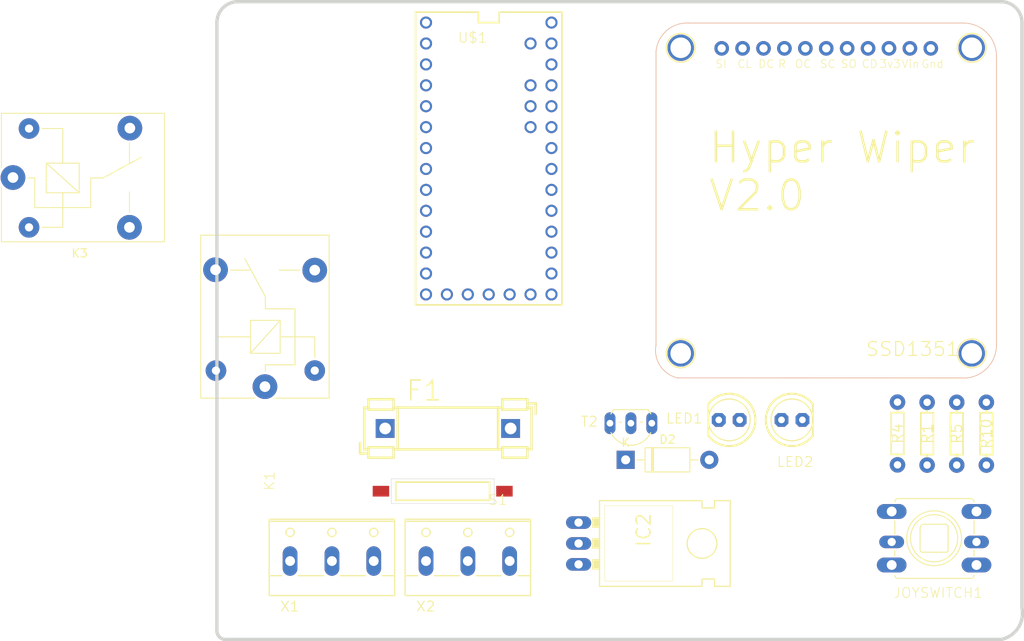
<source format=kicad_pcb>
(kicad_pcb (version 20200628) (host pcbnew "5.99.0-unknown-9a801d8~89~ubuntu20.04.1")

  (general
    (thickness 1.6)
    (drawings 9)
    (tracks 0)
    (modules 18)
    (nets 54)
  )

  (paper "A4")
  (layers
    (0 "Top" signal)
    (31 "Bottom" signal)
    (32 "B.Adhes" user)
    (33 "F.Adhes" user)
    (34 "B.Paste" user)
    (35 "F.Paste" user)
    (36 "B.SilkS" user)
    (37 "F.SilkS" user)
    (38 "B.Mask" user)
    (39 "F.Mask" user)
    (40 "Dwgs.User" user)
    (41 "Cmts.User" user)
    (42 "Eco1.User" user)
    (43 "Eco2.User" user)
    (44 "Edge.Cuts" user)
    (45 "Margin" user)
    (46 "B.CrtYd" user)
    (47 "F.CrtYd" user)
    (48 "B.Fab" user)
    (49 "F.Fab" user)
  )

  (setup
    (stackup
      (layer "F.SilkS" (type "Top Silk Screen"))
      (layer "F.Paste" (type "Top Solder Paste"))
      (layer "F.Mask" (type "Top Solder Mask") (color "Green") (thickness 0.01))
      (layer "Top" (type "copper") (thickness 0.035))
      (layer "dielectric 1" (type "core") (thickness 1.51) (material "FR4") (epsilon_r 4.5) (loss_tangent 0.02))
      (layer "Bottom" (type "copper") (thickness 0.035))
      (layer "B.Mask" (type "Bottom Solder Mask") (color "Green") (thickness 0.01))
      (layer "B.Paste" (type "Bottom Solder Paste"))
      (layer "B.SilkS" (type "Bottom Silk Screen"))
      (copper_finish "None")
      (dielectric_constraints no)
    )
    (pcbplotparams
      (layerselection 0x010fc_ffffffff)
      (usegerberextensions false)
      (usegerberattributes true)
      (usegerberadvancedattributes true)
      (creategerberjobfile true)
      (svguseinch false)
      (svgprecision 6)
      (excludeedgelayer true)
      (linewidth 0.100000)
      (plotframeref false)
      (viasonmask false)
      (mode 1)
      (useauxorigin false)
      (hpglpennumber 1)
      (hpglpenspeed 20)
      (hpglpendiameter 15.000000)
      (psnegative false)
      (psa4output false)
      (plotreference true)
      (plotvalue true)
      (plotinvisibletext false)
      (sketchpadsonfab false)
      (subtractmaskfromsilk false)
      (outputformat 1)
      (mirror false)
      (drillshape 1)
      (scaleselection 1)
      (outputdirectory "")
    )
  )

  (net 0 "")
  (net 1 "Net-(D2-Pad1)")
  (net 2 "Net-(D2-Pad2)")
  (net 3 "Net-(F1-Pad1)")
  (net 4 "Net-(F1-Pad2)")
  (net 5 "/VDD")
  (net 6 "Net-(LED1-PadA)")
  (net 7 "Net-(LED2-PadA)")
  (net 8 "/D8")
  (net 9 "Net-(R4-PadP$1)")
  (net 10 "Net-(R4-PadP$2)")
  (net 11 "/D6")
  (net 12 "/D7")
  (net 13 "Net-(SSD1351-PadJP1$1)")
  (net 14 "Net-(SSD1351-PadJP1$2)")
  (net 15 "Net-(SSD1351-PadJP1$3)")
  (net 16 "Net-(SSD1351-PadJP1$4)")
  (net 17 "Net-(SSD1351-PadJP1$5)")
  (net 18 "/VCC")
  (net 19 "Net-(SSD1351-PadJP1$9)")
  (net 20 "/D10")
  (net 21 "Net-(SSD1351-PadJP1$11)")
  (net 22 "Net-(U$1-Pad0)")
  (net 23 "Net-(U$1-Pad1)")
  (net 24 "/D2")
  (net 25 "/D3")
  (net 26 "/D4")
  (net 27 "Net-(U$1-Pad5)")
  (net 28 "Net-(U$1-Pad6)")
  (net 29 "Net-(U$1-Pad7)")
  (net 30 "Net-(U$1-Pad11)")
  (net 31 "Net-(U$1-PadPGM)")
  (net 32 "Net-(U$1-PadRESET)")
  (net 33 "Net-(U$1-Pad13)")
  (net 34 "/A2)")
  (net 35 "/A3)")
  (net 36 "/A4)")
  (net 37 "/A5)")
  (net 38 "/A6)")
  (net 39 "/A7)")
  (net 40 "/A8)")
  (net 41 "/A9)")
  (net 42 "Net-(U$1-PadA10)")
  (net 43 "Net-(U$1-PadA11)")
  (net 44 "GND")
  (net 45 "VBAT")
  (net 46 "AGND")
  (net 47 "VUSB")
  (net 48 "AREF")
  (net 49 "3.3V")
  (net 50 "/D5")
  (net 51 "Net-(K3-Pad4)")
  (net 52 "Net-(K1-Pad3)")
  (net 53 "Net-(K1-Pad5)")

  (module "DWP2020 prototype:SSD1351_128X128_LCD" (layer "Top") (tedit 0) (tstamp d13ef868-e6bf-43b8-9ff7-f586691073f9)
    (at 171.965 89.1286)
    (path "/858da2d7-13e0-4059-a385-90e7de23f48a")
    (fp_text reference "SSD1351" (at 6.35 20.32) (layer "F.SilkS")
      (effects (font (size 1.6891 1.6891) (thickness 0.135128)) (justify left bottom))
    )
    (fp_text value "SSD1351_128X128_LCD" (at 0 0) (layer "F.SilkS") hide
      (effects (font (size 1.27 1.27) (thickness 0.15)))
    )
    (fp_line (start -19.05 18.860009) (end -19.05 -16.760012) (layer "F.SilkS") (width 0.080009))
    (fp_arc (start -15.299988 -16.509991) (end -15.050009 -20.260006) (angle -89.999384) (layer "F.SilkS") (width 0.080009))
    (fp_line (start -15.050009 -20.260006) (end 18.299987 -20.260006) (layer "F.SilkS") (width 0.080009))
    (fp_arc (start 18.300013 -16.260013) (end 22.300006 -16.259987) (angle -90.000766) (layer "F.SilkS") (width 0.080009))
    (fp_line (start 22.300006 -16.259987) (end 22.300006 18.860009) (layer "F.SilkS") (width 0.080009))
    (fp_arc (start 18.300013 18.860007) (end 18.299987 22.86) (angle -90.000363) (layer "F.SilkS") (width 0.080009))
    (fp_arc (start -15.685007 19.495007) (end -19.05 18.860009) (angle -89.999961) (layer "F.SilkS") (width 0.080009))
    (fp_line (start 18.365337 22.8664) (end -16.257765 22.82925) (layer "F.SilkS") (width 0.080009))
    (fp_line (start -19.05 18.860009) (end -19.05 -16.760012) (layer "B.SilkS") (width 0.080009))
    (fp_arc (start -15.299988 -16.509991) (end -15.050009 -20.260006) (angle -89.999384) (layer "B.SilkS") (width 0.080009))
    (fp_line (start -15.050009 -20.260006) (end 18.299987 -20.260006) (layer "B.SilkS") (width 0.080009))
    (fp_arc (start 18.300013 -16.260013) (end 22.300006 -16.259987) (angle -90.000766) (layer "B.SilkS") (width 0.080009))
    (fp_line (start 22.300006 -16.259987) (end 22.300006 18.860009) (layer "B.SilkS") (width 0.080009))
    (fp_arc (start 18.300013 18.860007) (end 18.299987 22.86) (angle -90.000363) (layer "B.SilkS") (width 0.080009))
    (fp_arc (start -15.685007 19.495007) (end -19.05 18.860009) (angle -89.999961) (layer "B.SilkS") (width 0.080009))
    (fp_line (start 18.206468 22.834625) (end -16.447431 22.829253) (layer "B.SilkS") (width 0.080009))
    (fp_text user "Gnd" (at 13.129006 -14.732) (layer "F.SilkS")
      (effects (font (size 0.9652 0.9652) (thickness 0.08128)) (justify left bottom))
    )
    (fp_text user "Vin" (at 10.716006 -14.732) (layer "F.SilkS")
      (effects (font (size 0.9652 0.9652) (thickness 0.08128)) (justify left bottom))
    )
    (fp_text user "3v3" (at 8.049006 -14.732) (layer "F.SilkS")
      (effects (font (size 0.9652 0.9652) (thickness 0.08128)) (justify left bottom))
    )
    (fp_text user "CD" (at 5.890006 -14.732) (layer "F.SilkS")
      (effects (font (size 0.9652 0.9652) (thickness 0.08128)) (justify left bottom))
    )
    (fp_text user "SO" (at 3.350006 -14.732) (layer "F.SilkS")
      (effects (font (size 0.9652 0.9652) (thickness 0.08128)) (justify left bottom))
    )
    (fp_text user "DC" (at -6.682993 -14.732) (layer "F.SilkS")
      (effects (font (size 0.9652 0.9652) (thickness 0.08128)) (justify left bottom))
    )
    (fp_text user "OC" (at -2.237993 -14.732) (layer "F.SilkS")
      (effects (font (size 0.9652 0.9652) (thickness 0.08128)) (justify left bottom))
    )
    (fp_text user "R" (at -4.269993 -14.732) (layer "F.SilkS")
      (effects (font (size 0.9652 0.9652) (thickness 0.08128)) (justify left bottom))
    )
    (fp_text user "SC" (at 0.810006 -14.732) (layer "F.SilkS")
      (effects (font (size 0.9652 0.9652) (thickness 0.08128)) (justify left bottom))
    )
    (fp_poly (pts (xy 11.531 -16.936) (xy 12.039 -16.936) (xy 12.039 -17.444) (xy 11.531 -17.444)) (layer "F.Fab") (width 0))
    (fp_poly (pts (xy 8.991 -16.936) (xy 9.499 -16.936) (xy 9.499 -17.444) (xy 8.991 -17.444)) (layer "F.Fab") (width 0))
    (fp_poly (pts (xy 6.451 -16.936) (xy 6.959 -16.936) (xy 6.959 -17.444) (xy 6.451 -17.444)) (layer "F.Fab") (width 0))
    (fp_poly (pts (xy 3.911 -16.936) (xy 4.419 -16.936) (xy 4.419 -17.444) (xy 3.911 -17.444)) (layer "F.Fab") (width 0))
    (fp_poly (pts (xy 1.371 -16.936) (xy 1.879 -16.936) (xy 1.879 -17.444) (xy 1.371 -17.444)) (layer "F.Fab") (width 0))
    (fp_poly (pts (xy -1.169 -16.936) (xy -0.661 -16.936) (xy -0.661 -17.444) (xy -1.169 -17.444)) (layer "F.Fab") (width 0))
    (fp_poly (pts (xy -3.709 -16.936) (xy -3.201 -16.936) (xy -3.201 -17.444) (xy -3.709 -17.444)) (layer "F.Fab") (width 0))
    (fp_poly (pts (xy 14.071 -16.936) (xy 14.579 -16.936) (xy 14.579 -17.444) (xy 14.071 -17.444)) (layer "F.Fab") (width 0))
    (fp_circle (center 19.3 -17.26) (end 21.05 -17.26) (layer "F.SilkS") (width 0.1524))
    (fp_circle (center 19.3 -17.26) (end 20.3 -17.26) (layer "F.CrtYd") (width 2.032))
    (fp_circle (center 19.3 -17.26) (end 20.3 -17.26) (layer "B.CrtYd") (width 2.032))
    (fp_circle (center -16.05 19.86) (end -14.3 19.86) (layer "F.SilkS") (width 0.1524))
    (fp_circle (center -16.05 19.86) (end -15.05 19.86) (layer "F.CrtYd") (width 2.032))
    (fp_circle (center -16.05 19.86) (end -15.05 19.86) (layer "B.CrtYd") (width 2.032))
    (fp_circle (center 19.3 19.86) (end 21.05 19.86) (layer "F.SilkS") (width 0.1524))
    (fp_circle (center 19.3 19.86) (end 20.3 19.86) (layer "F.CrtYd") (width 2.032))
    (fp_circle (center 19.3 19.86) (end 20.3 19.86) (layer "B.CrtYd") (width 2.032))
    (fp_circle (center -16.05 -17.26) (end -14.3 -17.26) (layer "F.SilkS") (width 0.1524))
    (fp_circle (center -16.05 -17.26) (end -15.05 -17.26) (layer "F.CrtYd") (width 2.032))
    (fp_circle (center -16.05 -17.26) (end -15.05 -17.26) (layer "B.CrtYd") (width 2.032))
    (fp_text user "SI" (at -11.889993 -14.732) (layer "F.SilkS")
      (effects (font (size 0.9652 0.9652) (thickness 0.08128)) (justify left bottom))
    )
    (fp_poly (pts (xy -6.249 -16.936) (xy -5.741 -16.936) (xy -5.741 -17.444) (xy -6.249 -17.444)) (layer "F.Fab") (width 0))
    (fp_poly (pts (xy -8.789 -16.936) (xy -8.281 -16.936) (xy -8.281 -17.444) (xy -8.789 -17.444)) (layer "F.Fab") (width 0))
    (fp_poly (pts (xy -11.329 -16.936) (xy -10.821 -16.936) (xy -10.821 -17.444) (xy -11.329 -17.444)) (layer "F.Fab") (width 0))
    (fp_text user "CL" (at -9.222993 -14.732) (layer "F.SilkS")
      (effects (font (size 0.9652 0.9652) (thickness 0.08128)) (justify left bottom))
    )
    (pad "JP1$1" thru_hole circle (at -3.455009 -17.190009 90) (size 1.778 1.778) (drill 1) (layers *.Cu *.Mask)
      (net 13 "Net-(SSD1351-PadJP1$1)") (pinfunction "RST") (solder_mask_margin 0.1016) (tstamp ec75275a-9617-40c7-810b-5a4f8bcbe3d8))
    (pad "JP1$2" thru_hole circle (at -0.915009 -17.190009 90) (size 1.778 1.778) (drill 1) (layers *.Cu *.Mask)
      (net 14 "Net-(SSD1351-PadJP1$2)") (pinfunction "OC") (solder_mask_margin 0.1016) (tstamp 5426ee50-7626-4640-87a0-5c0160d72e9e))
    (pad "JP1$3" thru_hole circle (at 1.62499 -17.190009 90) (size 1.778 1.778) (drill 1) (layers *.Cu *.Mask)
      (net 15 "Net-(SSD1351-PadJP1$3)") (pinfunction "SC") (solder_mask_margin 0.1016) (tstamp 3e663628-8a0d-4905-98e6-1852e7d0b5bb))
    (pad "JP1$4" thru_hole circle (at 4.16499 -17.190009 90) (size 1.778 1.778) (drill 1) (layers *.Cu *.Mask)
      (net 16 "Net-(SSD1351-PadJP1$4)") (pinfunction "SO") (solder_mask_margin 0.1016) (tstamp 3e65a1cb-d1d9-48e8-805b-8f907265a9d3))
    (pad "JP1$5" thru_hole circle (at 6.70499 -17.190009 90) (size 1.778 1.778) (drill 1) (layers *.Cu *.Mask)
      (net 17 "Net-(SSD1351-PadJP1$5)") (pinfunction "CD") (solder_mask_margin 0.1016) (tstamp f73e2873-10d4-4a20-ad9c-6cfded4bee40))
    (pad "JP1$6" thru_hole circle (at 9.24499 -17.190009 90) (size 1.778 1.778) (drill 1) (layers *.Cu *.Mask)
      (net 49 "3.3V") (pinfunction "3.3V") (solder_mask_margin 0.1016) (tstamp 426263e1-fdf9-40ff-bb3d-081ee2506b6b))
    (pad "JP1$7" thru_hole circle (at 11.78499 -17.190009 90) (size 1.778 1.778) (drill 1) (layers *.Cu *.Mask)
      (net 18 "/VCC") (pinfunction "VDD") (solder_mask_margin 0.1016) (tstamp dfecb0cd-8f87-406f-9ab4-59cac6fb7c7f))
    (pad "JP1$8" thru_hole circle (at 14.32499 -17.190009 90) (size 1.778 1.778) (drill 1) (layers *.Cu *.Mask)
      (net 44 "GND") (pinfunction "GND") (solder_mask_margin 0.1016) (tstamp 5d0d1f9c-0817-4c0a-8820-96b1a659e797))
    (pad "U$23$P$1" thru_hole circle (at 19.300012 -17.260012) (size 3.2 3.2) (drill 2.5) (layers *.Cu *.Mask)
      (solder_mask_margin 0.1016) (tstamp 4b6d7bb5-b8bb-4325-89ed-c6dd18dc9ae8))
    (pad "U$24$P$1" thru_hole circle (at -16.050006 19.860006) (size 3.2 3.2) (drill 2.5) (layers *.Cu *.Mask)
      (solder_mask_margin 0.1016) (tstamp b2b0cb78-6571-4030-90db-2b35ad5db6dc))
    (pad "U$25$P$1" thru_hole circle (at 19.300012 19.860006) (size 3.2 3.2) (drill 2.5) (layers *.Cu *.Mask)
      (solder_mask_margin 0.1016) (tstamp c585a236-bb4d-4736-98c0-c85a10664390))
    (pad "U$26$P$1" thru_hole circle (at -16.050006 -17.260012) (size 3.2 3.2) (drill 2.5) (layers *.Cu *.Mask)
      (solder_mask_margin 0.1016) (tstamp 2d156834-a748-4a33-8aed-71ab6ea4b57f))
    (pad "JP1$9" thru_hole circle (at -11.075009 -17.190009 90) (size 1.778 1.778) (drill 1) (layers *.Cu *.Mask)
      (net 19 "Net-(SSD1351-PadJP1$9)") (pinfunction "SI") (solder_mask_margin 0.1016) (tstamp ecfbe8d8-410c-4cdd-9ad4-574117594471))
    (pad "JP1$10" thru_hole circle (at -8.535009 -17.190009 90) (size 1.778 1.778) (drill 1) (layers *.Cu *.Mask)
      (net 20 "/D10") (pinfunction "CL") (solder_mask_margin 0.1016) (tstamp 165f0541-a537-481f-990a-f2cb8889ea5f))
    (pad "JP1$11" thru_hole circle (at -5.995009 -17.190009 90) (size 1.778 1.778) (drill 1) (layers *.Cu *.Mask)
      (net 21 "Net-(SSD1351-PadJP1$11)") (pinfunction "DC") (solder_mask_margin 0.1016) (tstamp f2ffee76-3d1c-4e5e-8457-f3a1e731f55b))
  )

  (module "Diode_THT:D_DO-41_SOD81_P10.16mm_Horizontal" (layer "Top") (tedit 5AE50CD5) (tstamp a3b3994d-ec4c-4b02-8c75-3fb789d49ef6)
    (at 149.225 121.92)
    (descr "Diode, DO-41_SOD81 series, Axial, Horizontal, pin pitch=10.16mm, , length*diameter=5.2*2.7mm^2, , http://www.diodes.com/_files/packages/DO-41%20(Plastic).pdf")
    (tags "Diode DO-41_SOD81 series Axial Horizontal pin pitch 10.16mm  length 5.2mm diameter 2.7mm")
    (path "/5b062762-c0d9-47d1-aa86-8994b622998c")
    (fp_text reference "D2" (at 5.08 -2.47) (layer "F.SilkS")
      (effects (font (size 1 1) (thickness 0.15)))
    )
    (fp_text value "1N4004" (at 5.08 2.47) (layer "F.Fab")
      (effects (font (size 1 1) (thickness 0.15)))
    )
    (fp_text user "K" (at 0 -2.1) (layer "F.SilkS")
      (effects (font (size 1 1) (thickness 0.15)))
    )
    (fp_text user "K" (at 0 -2.1) (layer "F.Fab")
      (effects (font (size 1 1) (thickness 0.15)))
    )
    (fp_text user "${REFERENCE}" (at 5.47 0) (layer "F.Fab")
      (effects (font (size 1 1) (thickness 0.15)))
    )
    (fp_line (start 11.51 -1.6) (end -1.35 -1.6) (layer "F.CrtYd") (width 0.05))
    (fp_line (start 11.51 1.6) (end 11.51 -1.6) (layer "F.CrtYd") (width 0.05))
    (fp_line (start -1.35 1.6) (end 11.51 1.6) (layer "F.CrtYd") (width 0.05))
    (fp_line (start -1.35 -1.6) (end -1.35 1.6) (layer "F.CrtYd") (width 0.05))
    (fp_line (start 3.14 -1.47) (end 3.14 1.47) (layer "F.SilkS") (width 0.12))
    (fp_line (start 3.38 -1.47) (end 3.38 1.47) (layer "F.SilkS") (width 0.12))
    (fp_line (start 3.26 -1.47) (end 3.26 1.47) (layer "F.SilkS") (width 0.12))
    (fp_line (start 8.82 0) (end 7.8 0) (layer "F.SilkS") (width 0.12))
    (fp_line (start 1.34 0) (end 2.36 0) (layer "F.SilkS") (width 0.12))
    (fp_line (start 7.8 -1.47) (end 2.36 -1.47) (layer "F.SilkS") (width 0.12))
    (fp_line (start 7.8 1.47) (end 7.8 -1.47) (layer "F.SilkS") (width 0.12))
    (fp_line (start 2.36 1.47) (end 7.8 1.47) (layer "F.SilkS") (width 0.12))
    (fp_line (start 2.36 -1.47) (end 2.36 1.47) (layer "F.SilkS") (width 0.12))
    (fp_line (start 3.16 -1.35) (end 3.16 1.35) (layer "F.Fab") (width 0.1))
    (fp_line (start 3.36 -1.35) (end 3.36 1.35) (layer "F.Fab") (width 0.1))
    (fp_line (start 3.26 -1.35) (end 3.26 1.35) (layer "F.Fab") (width 0.1))
    (fp_line (start 10.16 0) (end 7.68 0) (layer "F.Fab") (width 0.1))
    (fp_line (start 0 0) (end 2.48 0) (layer "F.Fab") (width 0.1))
    (fp_line (start 7.68 -1.35) (end 2.48 -1.35) (layer "F.Fab") (width 0.1))
    (fp_line (start 7.68 1.35) (end 7.68 -1.35) (layer "F.Fab") (width 0.1))
    (fp_line (start 2.48 1.35) (end 7.68 1.35) (layer "F.Fab") (width 0.1))
    (fp_line (start 2.48 -1.35) (end 2.48 1.35) (layer "F.Fab") (width 0.1))
    (pad "2" thru_hole oval (at 10.16 0) (size 2.2 2.2) (drill 1.1) (layers *.Cu *.Mask)
      (net 2 "Net-(D2-Pad2)") (pinfunction "A") (tstamp a6179141-8e3e-4717-86c3-2afadf1ea15a))
    (pad "1" thru_hole rect (at 0 0) (size 2.2 2.2) (drill 1.1) (layers *.Cu *.Mask)
      (net 1 "Net-(D2-Pad1)") (pinfunction "K") (tstamp 7255f2ac-238b-47c0-b5fe-22528ce1f7a4))
    (model "${KISYS3DMOD}/Diode_THT.3dshapes/D_DO-41_SOD81_P10.16mm_Horizontal.wrl"
      (at (xyz 0 0 0))
      (scale (xyz 1 1 1))
      (rotate (xyz 0 0 0))
    )
  )

  (module "Relay_THT:Relay_SPDT_SANYOU_SRD_Series_Form_C" (layer "Top") (tedit 58FA3148) (tstamp 80feded8-d672-472a-a9c2-a3a4594603f8)
    (at 105.41 113.03 90)
    (descr "relay Sanyou SRD series Form C http://www.sanyourelay.ca/public/products/pdf/SRD.pdf")
    (tags "relay Sanyu SRD form C")
    (path "/22299597-cd03-4b97-a925-f41e55f6241f")
    (fp_text reference "K1" (at -12.7 1.27 90) (layer "F.SilkS")
      (effects (font (size 1.2065 1.2065) (thickness 0.1016)) (justify left bottom))
    )
    (fp_text value "SONGLE SRA-12VDC-CL" (at -3.81 1.27 90) (layer "B.Fab")
      (effects (font (size 1.2065 1.2065) (thickness 0.1016)) (justify right bottom mirror))
    )
    (fp_line (start 8.05 1.85) (end 4.05 1.85) (layer "F.SilkS") (width 0.12))
    (fp_line (start 8.05 -1.75) (end 8.05 1.85) (layer "F.SilkS") (width 0.12))
    (fp_line (start 4.05 -1.75) (end 8.05 -1.75) (layer "F.SilkS") (width 0.12))
    (fp_line (start 4.05 1.85) (end 4.05 -1.75) (layer "F.SilkS") (width 0.12))
    (fp_line (start 8.05 1.85) (end 4.05 -1.75) (layer "F.SilkS") (width 0.12))
    (fp_line (start 6.05 1.85) (end 6.05 6.05) (layer "F.SilkS") (width 0.12))
    (fp_line (start 6.05 -5.95) (end 6.05 -1.75) (layer "F.SilkS") (width 0.12))
    (fp_line (start 2.65 0.05) (end 2.65 3.65) (layer "F.SilkS") (width 0.12))
    (fp_line (start 9.45 0.05) (end 9.45 3.65) (layer "F.SilkS") (width 0.12))
    (fp_line (start 9.45 3.65) (end 2.65 3.65) (layer "F.SilkS") (width 0.12))
    (fp_line (start 10.95 0.05) (end 15.55 -2.45) (layer "F.SilkS") (width 0.12))
    (fp_line (start 9.45 0.05) (end 10.95 0.05) (layer "F.SilkS") (width 0.12))
    (fp_line (start 6.05 -5.95) (end 3.55 -5.95) (layer "F.SilkS") (width 0.12))
    (fp_line (start 2.65 0.05) (end 1.85 0.05) (layer "F.SilkS") (width 0.12))
    (fp_line (start 3.55 6.05) (end 6.05 6.05) (layer "F.SilkS") (width 0.12))
    (fp_line (start 14.15 -4.2) (end 14.15 -1.7) (layer "F.SilkS") (width 0.12))
    (fp_line (start 14.15 4.2) (end 14.15 1.75) (layer "F.SilkS") (width 0.12))
    (fp_line (start -1.55 7.95) (end 18.55 7.95) (layer "F.CrtYd") (width 0.05))
    (fp_line (start 18.55 -7.95) (end 18.55 7.95) (layer "F.CrtYd") (width 0.05))
    (fp_line (start -1.55 7.95) (end -1.55 -7.95) (layer "F.CrtYd") (width 0.05))
    (fp_line (start 18.55 -7.95) (end -1.55 -7.95) (layer "F.CrtYd") (width 0.05))
    (fp_text user "${REFERENCE}" (at 7.1 0.025 90) (layer "F.Fab")
      (effects (font (size 1 1) (thickness 0.15)))
    )
    (fp_line (start -1.3 7.7) (end -1.3 -7.7) (layer "F.Fab") (width 0.12))
    (fp_line (start 18.3 7.7) (end -1.3 7.7) (layer "F.Fab") (width 0.12))
    (fp_line (start 18.3 -7.7) (end 18.3 7.7) (layer "F.Fab") (width 0.12))
    (fp_line (start -1.3 -7.7) (end 18.3 -7.7) (layer "F.Fab") (width 0.12))
    (fp_text user "1" (at 0 -2.3 90) (layer "F.Fab")
      (effects (font (size 1 1) (thickness 0.15)))
    )
    (fp_line (start 18.4 7.8) (end -1.4 7.8) (layer "F.SilkS") (width 0.12))
    (fp_line (start 18.4 -7.8) (end 18.4 7.8) (layer "F.SilkS") (width 0.12))
    (fp_line (start -1.4 -7.8) (end 18.4 -7.8) (layer "F.SilkS") (width 0.12))
    (fp_line (start -1.4 -7.8) (end -1.4 -1.2) (layer "F.SilkS") (width 0.12))
    (fp_line (start -1.4 1.2) (end -1.4 7.8) (layer "F.SilkS") (width 0.12))
    (pad "1" thru_hole circle (at 0 0 180) (size 3 3) (drill 1.3) (layers *.Cu *.Mask)
      (net 3 "Net-(F1-Pad1)") (tstamp c03e0d18-62f4-4139-88ec-8b08d912e2a9))
    (pad "5" thru_hole circle (at 1.95 -5.95 180) (size 2.5 2.5) (drill 1) (layers *.Cu *.Mask)
      (net 53 "Net-(K1-Pad5)") (tstamp 1a187a78-1071-4a27-8b5b-717b18149195))
    (pad "4" thru_hole circle (at 14.2 -6 180) (size 3 3) (drill 1.3) (layers *.Cu *.Mask)
      (net 1 "Net-(D2-Pad1)") (tstamp 8f0f2553-79b9-47f0-bf09-152505dcb7f2))
    (pad "3" thru_hole circle (at 14.15 6.05 180) (size 3 3) (drill 1.3) (layers *.Cu *.Mask)
      (net 52 "Net-(K1-Pad3)") (tstamp bb7435ef-fad1-4e2b-a214-930efb8253a7))
    (pad "2" thru_hole circle (at 1.95 6.05 180) (size 2.5 2.5) (drill 1) (layers *.Cu *.Mask)
      (net 3 "Net-(F1-Pad1)") (tstamp a868dfca-1bfc-4127-8128-c451843602ec))
  )

  (module "Relay_THT:Relay_SPDT_SANYOU_SRD_Series_Form_C" (layer "Top") (tedit 58FA3148) (tstamp 38a9d07c-cf9b-4a3a-b6be-63f8a1d90749)
    (at 74.803 87.63)
    (descr "relay Sanyou SRD series Form C http://www.sanyourelay.ca/public/products/pdf/SRD.pdf")
    (tags "relay Sanyu SRD form C")
    (path "/bf7eb3eb-a6dc-4155-80b6-ce808d96b6fa")
    (fp_text reference "K3" (at 8.1 9.2) (layer "F.SilkS")
      (effects (font (size 1 1) (thickness 0.15)))
    )
    (fp_text value "SONGLE SRA-12VDC-CL" (at 8 -9.6) (layer "F.Fab")
      (effects (font (size 1 1) (thickness 0.15)))
    )
    (fp_line (start 8.05 1.85) (end 4.05 1.85) (layer "F.SilkS") (width 0.12))
    (fp_line (start 8.05 -1.75) (end 8.05 1.85) (layer "F.SilkS") (width 0.12))
    (fp_line (start 4.05 -1.75) (end 8.05 -1.75) (layer "F.SilkS") (width 0.12))
    (fp_line (start 4.05 1.85) (end 4.05 -1.75) (layer "F.SilkS") (width 0.12))
    (fp_line (start 8.05 1.85) (end 4.05 -1.75) (layer "F.SilkS") (width 0.12))
    (fp_line (start 6.05 1.85) (end 6.05 6.05) (layer "F.SilkS") (width 0.12))
    (fp_line (start 6.05 -5.95) (end 6.05 -1.75) (layer "F.SilkS") (width 0.12))
    (fp_line (start 2.65 0.05) (end 2.65 3.65) (layer "F.SilkS") (width 0.12))
    (fp_line (start 9.45 0.05) (end 9.45 3.65) (layer "F.SilkS") (width 0.12))
    (fp_line (start 9.45 3.65) (end 2.65 3.65) (layer "F.SilkS") (width 0.12))
    (fp_line (start 10.95 0.05) (end 15.55 -2.45) (layer "F.SilkS") (width 0.12))
    (fp_line (start 9.45 0.05) (end 10.95 0.05) (layer "F.SilkS") (width 0.12))
    (fp_line (start 6.05 -5.95) (end 3.55 -5.95) (layer "F.SilkS") (width 0.12))
    (fp_line (start 2.65 0.05) (end 1.85 0.05) (layer "F.SilkS") (width 0.12))
    (fp_line (start 3.55 6.05) (end 6.05 6.05) (layer "F.SilkS") (width 0.12))
    (fp_line (start 14.15 -4.2) (end 14.15 -1.7) (layer "F.SilkS") (width 0.12))
    (fp_line (start 14.15 4.2) (end 14.15 1.75) (layer "F.SilkS") (width 0.12))
    (fp_line (start -1.55 7.95) (end 18.55 7.95) (layer "F.CrtYd") (width 0.05))
    (fp_line (start 18.55 -7.95) (end 18.55 7.95) (layer "F.CrtYd") (width 0.05))
    (fp_line (start -1.55 7.95) (end -1.55 -7.95) (layer "F.CrtYd") (width 0.05))
    (fp_line (start 18.55 -7.95) (end -1.55 -7.95) (layer "F.CrtYd") (width 0.05))
    (fp_text user "${REFERENCE}" (at 7.1 0.025) (layer "F.Fab")
      (effects (font (size 1 1) (thickness 0.15)))
    )
    (fp_line (start -1.3 7.7) (end -1.3 -7.7) (layer "F.Fab") (width 0.12))
    (fp_line (start 18.3 7.7) (end -1.3 7.7) (layer "F.Fab") (width 0.12))
    (fp_line (start 18.3 -7.7) (end 18.3 7.7) (layer "F.Fab") (width 0.12))
    (fp_line (start -1.3 -7.7) (end 18.3 -7.7) (layer "F.Fab") (width 0.12))
    (fp_text user "1" (at 0 -2.3) (layer "F.Fab")
      (effects (font (size 1 1) (thickness 0.15)))
    )
    (fp_line (start 18.4 7.8) (end -1.4 7.8) (layer "F.SilkS") (width 0.12))
    (fp_line (start 18.4 -7.8) (end 18.4 7.8) (layer "F.SilkS") (width 0.12))
    (fp_line (start -1.4 -7.8) (end 18.4 -7.8) (layer "F.SilkS") (width 0.12))
    (fp_line (start -1.4 -7.8) (end -1.4 -1.2) (layer "F.SilkS") (width 0.12))
    (fp_line (start -1.4 1.2) (end -1.4 7.8) (layer "F.SilkS") (width 0.12))
    (pad "1" thru_hole circle (at 0 0 90) (size 3 3) (drill 1.3) (layers *.Cu *.Mask)
      (net 1 "Net-(D2-Pad1)") (tstamp 927972ef-ae9e-4a2b-a77d-db65310d9eed))
    (pad "5" thru_hole circle (at 1.95 -5.95 90) (size 2.5 2.5) (drill 1) (layers *.Cu *.Mask)
      (net 1 "Net-(D2-Pad1)") (tstamp 257bcfc9-2be5-44b4-85c0-99fa631d84eb))
    (pad "4" thru_hole circle (at 14.2 -6 90) (size 3 3) (drill 1.3) (layers *.Cu *.Mask)
      (net 51 "Net-(K3-Pad4)") (tstamp 5c246b08-30cb-405c-bbe6-3316dc1b7f88))
    (pad "3" thru_hole circle (at 14.15 6.05 90) (size 3 3) (drill 1.3) (layers *.Cu *.Mask)
      (net 52 "Net-(K1-Pad3)") (tstamp 64e55507-7791-44e9-a8ea-0a9c71ae8b08))
    (pad "2" thru_hole circle (at 1.95 6.05 90) (size 2.5 2.5) (drill 1) (layers *.Cu *.Mask)
      (net 2 "Net-(D2-Pad2)") (tstamp 51637a16-f5d8-4223-8216-66982bcfffba))
    (model "${KISYS3DMOD}/Relay_THT.3dshapes/Relay_SPDT_SANYOU_SRD_Series_Form_C.wrl"
      (at (xyz 0 0 0))
      (scale (xyz 1 1 1))
      (rotate (xyz 0 0 0))
    )
  )

  (module "DWP 2020:SKQU" (layer "Top") (tedit 0) (tstamp ec237e84-6eee-464d-b5ca-546438d49dd4)
    (at 186.69 131.445)
    (path "/13c932e9-71b1-4375-a392-c212ae7a8342")
    (fp_text reference "JOYSWITCH1" (at -5 7.335) (layer "F.SilkS")
      (effects (font (size 1.2065 1.2065) (thickness 0.09652)) (justify left bottom))
    )
    (fp_text value "JoySwitch" (at 0 0) (layer "F.SilkS") hide
      (effects (font (size 1.27 1.27) (thickness 0.15)))
    )
    (fp_line (start -4.771631 1.4224) (end -4.771631 2.159) (layer "F.SilkS") (width 0.127))
    (fp_line (start 4.416293 -4.822387) (end -4.340153 -4.822387) (layer "F.SilkS") (width 0.127))
    (fp_arc (start 4.416292 -4.390911) (end 4.847768 -4.390912) (angle -90) (layer "F.SilkS") (width 0.127))
    (fp_line (start 4.847768 -2.1336) (end 4.847768 -0.508) (layer "F.SilkS") (width 0.127))
    (fp_line (start 4.847768 1.4224) (end 4.847768 2.159) (layer "F.SilkS") (width 0.127))
    (fp_arc (start 4.467055 4.49244) (end 4.467056 4.873153) (angle -90) (layer "F.SilkS") (width 0.127))
    (fp_line (start -4.416296 4.873153) (end 4.467056 4.873153) (layer "F.SilkS") (width 0.127))
    (fp_arc (start -4.416295 4.517817) (end -4.771631 4.517818) (angle -90) (layer "F.SilkS") (width 0.127))
    (fp_line (start -4.771631 -2.1336) (end -4.771631 -0.508) (layer "F.SilkS") (width 0.127))
    (fp_arc (start -4.340153 -4.390909) (end -4.340153 -4.822387) (angle -90) (layer "F.SilkS") (width 0.127))
    (fp_arc (start 1.4 -1.4) (end 1.7 -1.4) (angle -90) (layer "F.SilkS") (width 0.127))
    (fp_line (start 1.7 1.5) (end 1.7 -1.4) (layer "F.SilkS") (width 0.127))
    (fp_arc (start 1.5 1.5) (end 1.5 1.7) (angle -90) (layer "F.SilkS") (width 0.127))
    (fp_line (start -1.4 1.7) (end 1.5 1.7) (layer "F.SilkS") (width 0.127))
    (fp_arc (start -1.4 1.4) (end -1.7 1.4) (angle -90) (layer "F.SilkS") (width 0.127))
    (fp_line (start -1.7 -1.2) (end -1.7 1.4) (layer "F.SilkS") (width 0.127))
    (fp_arc (start -1.2 -1.2) (end -1.2 -1.7) (angle -90) (layer "F.SilkS") (width 0.127))
    (fp_line (start 1.4 -1.7) (end -1.2 -1.7) (layer "F.SilkS") (width 0.127))
    (fp_circle (center 0 0) (end 2.865309 0) (layer "F.SilkS") (width 0.127))
    (fp_circle (center 0 0) (end 3.330162 0) (layer "F.SilkS") (width 0.127))
    (fp_line (start 5.304628 0.786812) (end 4.847768 0.786812) (layer "F.Fab") (width 0.127))
    (fp_line (start 5.304628 0.177668) (end 5.304628 0.786812) (layer "F.Fab") (width 0.127))
    (fp_line (start 4.847768 0.177668) (end 5.304628 0.177668) (layer "F.Fab") (width 0.127))
    (fp_line (start 5.913771 3.731009) (end 4.847768 3.731009) (layer "F.Fab") (width 0.127))
    (fp_line (start 5.913771 2.766531) (end 5.913771 3.731009) (layer "F.Fab") (width 0.127))
    (fp_line (start 4.847768 2.766531) (end 5.913771 2.766531) (layer "F.Fab") (width 0.127))
    (fp_line (start 5.913771 -2.690384) (end 4.847768 -2.690384) (layer "F.Fab") (width 0.127))
    (fp_line (start 5.913771 -3.629481) (end 5.913771 -2.690384) (layer "F.Fab") (width 0.127))
    (fp_line (start 4.847768 -3.629481) (end 5.913771 -3.629481) (layer "F.Fab") (width 0.127))
    (fp_line (start -5.203106 0.786812) (end -4.771631 0.786812) (layer "F.Fab") (width 0.127))
    (fp_line (start -5.203106 0.177668) (end -5.203106 0.786812) (layer "F.Fab") (width 0.127))
    (fp_line (start -4.771631 0.177668) (end -5.203106 0.177668) (layer "F.Fab") (width 0.127))
    (fp_line (start -5.863012 3.731009) (end -4.771631 3.731009) (layer "F.Fab") (width 0.127))
    (fp_line (start -5.863012 2.791912) (end -5.863012 3.731009) (layer "F.Fab") (width 0.127))
    (fp_line (start -4.797009 2.791912) (end -5.863012 2.791912) (layer "F.Fab") (width 0.127))
    (fp_line (start -5.837631 -2.715765) (end -4.771631 -2.715765) (layer "F.Fab") (width 0.127))
    (fp_line (start -5.837631 -3.654862) (end -5.837631 -2.715765) (layer "F.Fab") (width 0.127))
    (fp_line (start -4.771631 -3.654862) (end -5.837631 -3.654862) (layer "F.Fab") (width 0.127))
    (fp_circle (center -3.807153 3.883293) (end -3.12611 3.883293) (layer "F.Fab") (width 0.127))
    (fp_circle (center 3.908671 3.908675) (end 4.589714 3.908675) (layer "F.Fab") (width 0.127))
    (fp_circle (center 3.908671 -3.832528) (end 4.589714 -3.832528) (layer "F.Fab") (width 0.127))
    (fp_circle (center -3.807153 -3.832528) (end -3.12611 -3.832528) (layer "F.Fab") (width 0.127))
    (fp_line (start 4.847768 -3.629481) (end 4.847768 -4.390912) (layer "F.Fab") (width 0.127))
    (fp_line (start 4.847768 -2.690384) (end 4.847768 -3.629481) (layer "F.Fab") (width 0.127))
    (fp_line (start 4.847768 0.177668) (end 4.847768 -2.690384) (layer "F.Fab") (width 0.127))
    (fp_line (start 4.847768 0.786812) (end 4.847768 0.177668) (layer "F.Fab") (width 0.127))
    (fp_line (start 4.847768 2.766531) (end 4.847768 0.786812) (layer "F.Fab") (width 0.127))
    (fp_line (start 4.847768 3.731009) (end 4.847768 2.766531) (layer "F.Fab") (width 0.127))
    (fp_line (start 4.847768 4.49244) (end 4.847768 3.731009) (layer "F.Fab") (width 0.127))
    (fp_line (start -4.771631 3.731009) (end -4.771631 4.517818) (layer "F.Fab") (width 0.127))
    (fp_line (start -4.771631 0.786812) (end -4.771631 3.731009) (layer "F.Fab") (width 0.127))
    (fp_line (start -4.771631 0.177668) (end -4.771631 0.786812) (layer "F.Fab") (width 0.127))
    (fp_line (start -4.771631 -2.715765) (end -4.771631 0.177668) (layer "F.Fab") (width 0.127))
    (fp_line (start -4.771631 -3.654862) (end -4.771631 -2.715765) (layer "F.Fab") (width 0.127))
    (fp_line (start -4.771631 -4.390909) (end -4.771631 -3.654862) (layer "F.Fab") (width 0.127))
    (pad "RIGHT" thru_hole oval (at 5.15 0.45) (size 3.016 1.508) (drill 1) (layers *.Cu *.Mask)
      (net 50 "/D5") (pinfunction "RIGHT") (solder_mask_margin 0.1016) (tstamp 046533db-58d0-4534-8f94-9bd3f5ca91a9))
    (pad "LEFT" thru_hole oval (at -5.15 0.45) (size 3.016 1.508) (drill 1) (layers *.Cu *.Mask)
      (net 25 "/D3") (pinfunction "LEFT") (solder_mask_margin 0.1016) (tstamp a55c8869-7c67-4508-8351-b0ab449fde72))
    (pad "COMMON" thru_hole oval (at 5.15 3.25) (size 3.6 1.8) (drill 1.2) (layers *.Cu *.Mask)
      (net 44 "GND") (pinfunction "COMMON") (solder_mask_margin 0.1016) (tstamp f3d080af-b7c2-43ae-8933-a174b3cf361f))
    (pad "CENTER" thru_hole oval (at 5.15 -3.25) (size 3.6 1.8) (drill 1.2) (layers *.Cu *.Mask)
      (net 26 "/D4") (pinfunction "CENTER") (solder_mask_margin 0.1016) (tstamp 54b754a8-5c1f-4f09-8f2e-f993092151d1))
    (pad "DOWN" thru_hole oval (at -5.15 3.25) (size 3.6 1.8) (drill 1.2) (layers *.Cu *.Mask)
      (net 24 "/D2") (pinfunction "DOWN") (solder_mask_margin 0.1016) (tstamp 25e8f3f3-0eee-4a47-bc5e-fb5971e5b057))
    (pad "UP" thru_hole oval (at -5.15 -3.25) (size 3.6 1.8) (drill 1.2) (layers *.Cu *.Mask)
      (net 25 "/D3") (pinfunction "UP") (solder_mask_margin 0.1016) (tstamp 72fff5d0-7142-4a89-be22-0d012ae2e7ff))
  )

  (module "FUSE_HOLDER_5X20MM" (layer "Top") (tedit 0) (tstamp 3f58f37c-ac6e-4340-baa3-6e3d6368c516)
    (at 120.015 118.11)
    (descr "<b>Fuse Holder</b> 5x20 mm<p>\nSource: User LBR Version 2.05")
    (path "/f100c344-1774-4e47-8a72-aef9b06ba07a")
    (fp_text reference "F1" (at 2.413 -3.175) (layer "F.SilkS")
      (effects (font (size 2.413 2.413) (thickness 0.19304)) (justify left bottom))
    )
    (fp_text value "FUSE" (at 2.413 0.762) (layer "F.Fab")
      (effects (font (size 2.413 2.413) (thickness 0.19304)) (justify left bottom))
    )
    (fp_line (start -2.54 -2.54) (end -2.54 2.54) (layer "F.SilkS") (width 0.3048))
    (fp_line (start 1.016 3.556) (end -2.032 3.556) (layer "F.SilkS") (width 0.3048))
    (fp_line (start -2.032 3.556) (end -2.032 2.54) (layer "F.SilkS") (width 0.3048))
    (fp_line (start -2.032 -3.556) (end 1.016 -3.556) (layer "F.SilkS") (width 0.3048))
    (fp_line (start -2.286 3.048) (end -3.048 3.048) (layer "F.SilkS") (width 0.3048))
    (fp_line (start -3.048 1.778) (end -3.048 3.048) (layer "F.SilkS") (width 0.3048))
    (fp_line (start 13.716 -2.54) (end 13.716 2.54) (layer "F.SilkS") (width 0.3048))
    (fp_line (start 1.524 -2.54) (end 1.524 2.54) (layer "F.SilkS") (width 0.3048))
    (fp_line (start 1.524 -2.54) (end 13.716 -2.54) (layer "F.SilkS") (width 0.3048))
    (fp_line (start 1.524 2.54) (end 13.716 2.54) (layer "F.SilkS") (width 0.3048))
    (fp_line (start -2.032 2.286) (end 1.016 2.286) (layer "F.SilkS") (width 0.3048))
    (fp_line (start -2.032 -2.286) (end 1.016 -2.286) (layer "F.SilkS") (width 0.3048))
    (fp_line (start 1.524 -2.54) (end 1.016 -2.54) (layer "F.SilkS") (width 0.3048))
    (fp_line (start 1.016 -2.54) (end 1.016 -3.556) (layer "F.SilkS") (width 0.3048))
    (fp_line (start 1.016 -2.54) (end 1.016 -2.286) (layer "F.SilkS") (width 0.3048))
    (fp_line (start -2.032 -2.286) (end -2.032 -2.54) (layer "F.SilkS") (width 0.3048))
    (fp_line (start -2.032 -2.54) (end -2.032 -3.556) (layer "F.SilkS") (width 0.3048))
    (fp_line (start -2.032 -2.54) (end -2.54 -2.54) (layer "F.SilkS") (width 0.3048))
    (fp_line (start -2.032 2.54) (end -2.032 2.286) (layer "F.SilkS") (width 0.3048))
    (fp_line (start -2.032 2.54) (end -2.54 2.54) (layer "F.SilkS") (width 0.3048))
    (fp_line (start 1.524 2.54) (end 1.016 2.54) (layer "F.SilkS") (width 0.3048))
    (fp_line (start 1.016 2.54) (end 1.016 2.286) (layer "F.SilkS") (width 0.3048))
    (fp_line (start 1.016 2.54) (end 1.016 3.556) (layer "F.SilkS") (width 0.3048))
    (fp_line (start 17.78 2.54) (end 17.78 -2.54) (layer "F.SilkS") (width 0.3048))
    (fp_line (start 14.224 -3.556) (end 17.272 -3.556) (layer "F.SilkS") (width 0.3048))
    (fp_line (start 17.272 -3.556) (end 17.272 -2.54) (layer "F.SilkS") (width 0.3048))
    (fp_line (start 17.272 3.556) (end 14.224 3.556) (layer "F.SilkS") (width 0.3048))
    (fp_line (start 17.526 -3.048) (end 18.288 -3.048) (layer "F.SilkS") (width 0.3048))
    (fp_line (start 18.288 -1.778) (end 18.288 -3.048) (layer "F.SilkS") (width 0.3048))
    (fp_line (start 17.272 -2.286) (end 14.224 -2.286) (layer "F.SilkS") (width 0.3048))
    (fp_line (start 17.272 2.286) (end 14.224 2.286) (layer "F.SilkS") (width 0.3048))
    (fp_line (start 13.716 2.54) (end 14.224 2.54) (layer "F.SilkS") (width 0.3048))
    (fp_line (start 14.224 2.54) (end 14.224 3.556) (layer "F.SilkS") (width 0.3048))
    (fp_line (start 14.224 2.54) (end 14.224 2.286) (layer "F.SilkS") (width 0.3048))
    (fp_line (start 17.272 2.286) (end 17.272 2.54) (layer "F.SilkS") (width 0.3048))
    (fp_line (start 17.272 2.54) (end 17.272 3.556) (layer "F.SilkS") (width 0.3048))
    (fp_line (start 17.272 2.54) (end 17.78 2.54) (layer "F.SilkS") (width 0.3048))
    (fp_line (start 17.272 -2.54) (end 17.272 -2.286) (layer "F.SilkS") (width 0.3048))
    (fp_line (start 17.272 -2.54) (end 17.78 -2.54) (layer "F.SilkS") (width 0.3048))
    (fp_line (start 13.716 -2.54) (end 14.224 -2.54) (layer "F.SilkS") (width 0.3048))
    (fp_line (start 14.224 -2.54) (end 14.224 -2.286) (layer "F.SilkS") (width 0.3048))
    (fp_line (start 14.224 -2.54) (end 14.224 -3.556) (layer "F.SilkS") (width 0.3048))
    (pad "1" thru_hole rect (at 0 0) (size 2.286 2.286) (drill 1.4224) (layers *.Cu *.Mask)
      (net 3 "Net-(F1-Pad1)") (pinfunction "1") (solder_mask_margin 0.1016) (tstamp eb1c6c53-41f3-44b0-b5d4-d3b2c9865792))
    (pad "2" thru_hole rect (at 15.24 0) (size 2.286 2.286) (drill 1.4224) (layers *.Cu *.Mask)
      (net 4 "Net-(F1-Pad2)") (pinfunction "2") (solder_mask_margin 0.1016) (tstamp 3e450a18-f73f-4953-a688-b2803263dacb))
  )

  (module "TO-220-ALT" (layer "Top") (tedit 0) (tstamp cac3690a-38b0-4218-b162-f1379d3c434b)
    (at 147.32 132.08 -90)
    (path "/b29741e2-aef2-4043-8799-7b3ab7d17fa1")
    (fp_text reference "IC2" (at -3.81 -5.08 90) (layer "F.SilkS")
      (effects (font (size 1.6891 1.6891) (thickness 0.1778)) (justify right bottom))
    )
    (fp_text value "V_REG_7805" (at -3.937 -2.54 90) (layer "F.Fab") hide
      (effects (font (size 1.6891 1.6891) (thickness 0.1778)) (justify right bottom))
    )
    (fp_line (start -5.207 1.27) (end 5.207 1.27) (layer "F.SilkS") (width 0.1524))
    (fp_line (start 5.207 -14.605) (end -5.207 -14.605) (layer "F.SilkS") (width 0.1524))
    (fp_line (start 5.207 1.27) (end 5.207 -11.176) (layer "F.SilkS") (width 0.1524))
    (fp_line (start 5.207 -11.176) (end 4.318 -11.176) (layer "F.SilkS") (width 0.1524))
    (fp_line (start 4.318 -11.176) (end 4.318 -12.7) (layer "F.SilkS") (width 0.1524))
    (fp_line (start 4.318 -12.7) (end 5.207 -12.7) (layer "F.SilkS") (width 0.1524))
    (fp_line (start 5.207 -12.7) (end 5.207 -14.605) (layer "F.SilkS") (width 0.1524))
    (fp_line (start -5.207 1.27) (end -5.207 -11.176) (layer "F.SilkS") (width 0.1524))
    (fp_line (start -5.207 -11.176) (end -4.318 -11.176) (layer "F.SilkS") (width 0.1524))
    (fp_line (start -4.318 -11.176) (end -4.318 -12.7) (layer "F.SilkS") (width 0.1524))
    (fp_line (start -4.318 -12.7) (end -5.207 -12.7) (layer "F.SilkS") (width 0.1524))
    (fp_line (start -5.207 -12.7) (end -5.207 -14.605) (layer "F.SilkS") (width 0.1524))
    (fp_line (start -4.572 0.635) (end 4.572 0.635) (layer "F.SilkS") (width 0.0508))
    (fp_line (start 4.572 -7.62) (end 4.572 0.635) (layer "F.SilkS") (width 0.0508))
    (fp_line (start 4.572 -7.62) (end -4.572 -7.62) (layer "F.SilkS") (width 0.0508))
    (fp_line (start -4.572 0.635) (end -4.572 -7.62) (layer "F.SilkS") (width 0.0508))
    (fp_circle (center 0 -11.176) (end 1.8034 -11.176) (layer "F.SilkS") (width 0.1524))
    (fp_circle (center 0 -11.176) (end 1.524 -11.176) (layer "Dwgs.User") (width 3.048))
    (fp_circle (center 0 -11.176) (end 1.524 -11.176) (layer "Dwgs.User") (width 3.048))
    (fp_text user "-" (at -0.508 0 90) (layer "F.Fab")
      (effects (font (size 1.2065 1.2065) (thickness 0.127)) (justify right bottom))
    )
    (fp_text user "I" (at -3.048 0 90) (layer "F.Fab")
      (effects (font (size 1.2065 1.2065) (thickness 0.127)) (justify right bottom))
    )
    (fp_text user "O" (at 2.032 0 90) (layer "F.Fab")
      (effects (font (size 1.2065 1.2065) (thickness 0.127)) (justify right bottom))
    )
    (fp_poly (pts (xy 1.905 2.159) (xy 3.175 2.159) (xy 3.175 1.27) (xy 1.905 1.27)) (layer "F.SilkS") (width 0))
    (fp_poly (pts (xy 1.905 3.81) (xy 3.175 3.81) (xy 3.175 2.159) (xy 1.905 2.159)) (layer "F.Fab") (width 0))
    (fp_poly (pts (xy -0.635 2.159) (xy 0.635 2.159) (xy 0.635 1.27) (xy -0.635 1.27)) (layer "F.SilkS") (width 0))
    (fp_poly (pts (xy -3.175 2.159) (xy -1.905 2.159) (xy -1.905 1.27) (xy -3.175 1.27)) (layer "F.SilkS") (width 0))
    (fp_poly (pts (xy -0.635 3.81) (xy 0.635 3.81) (xy 0.635 2.159) (xy -0.635 2.159)) (layer "F.Fab") (width 0))
    (fp_poly (pts (xy -3.175 3.81) (xy -1.905 3.81) (xy -1.905 2.159) (xy -3.175 2.159)) (layer "F.Fab") (width 0))
    (pad "IN" thru_hole oval (at -2.54 3.81) (size 3.048 1.524) (drill 1.016) (layers *.Cu *.Mask)
      (net 1 "Net-(D2-Pad1)") (pinfunction "IN") (solder_mask_margin 0.1016) (tstamp 26a66ffa-387a-4c35-b01f-fc9d585c7d9a))
    (pad "GND" thru_hole oval (at 0 3.81) (size 3.048 1.524) (drill 1.016) (layers *.Cu *.Mask)
      (net 44 "GND") (pinfunction "GND") (solder_mask_margin 0.1016) (tstamp 8fb21193-0b7f-49c1-a5a4-46ec8b73067a))
    (pad "OUT" thru_hole oval (at 2.54 3.81) (size 3.048 1.524) (drill 1.016) (layers *.Cu *.Mask)
      (net 5 "/VDD") (pinfunction "OUT") (solder_mask_margin 0.1016) (tstamp 4fc2bbf7-9417-4686-b5db-b327b8806bdb))
    (pad "" np_thru_hole circle (at 0 -11.176 270) (size 3.302 3.302) (drill 3.302) (layers *.Cu *.Mask) (tstamp a9b28257-a965-4c20-ba77-19250dff6dfc))
  )

  (module "AXIAL-0.3EZ" (layer "Top") (tedit 0) (tstamp bdd5e6f0-b03d-4ef4-a869-2b22adca58e8)
    (at 182.245 118.722 -90)
    (descr "This is the \"EZ\" version of the standard .3\" spaced resistor package.<br>\nIt has a reduced top mask to make it harder to install upside-down.")
    (path "/c7d5700b-7942-452a-b098-848fb0e38d95")
    (fp_text reference "R4" (at 0 0 -90) (layer "F.SilkS")
      (effects (font (size 1.27 1.27) (thickness 0.15)))
    )
    (fp_text value "10k" (at 0 0 -90) (layer "F.SilkS") hide
      (effects (font (size 1.27 1.27) (thickness 0.15)))
    )
    (fp_line (start -2.54 -0.762) (end 2.54 -0.762) (layer "F.SilkS") (width 0.2032))
    (fp_line (start 2.54 -0.762) (end 2.54 0) (layer "F.SilkS") (width 0.2032))
    (fp_line (start 2.54 0) (end 2.54 0.762) (layer "F.SilkS") (width 0.2032))
    (fp_line (start 2.54 0.762) (end -2.54 0.762) (layer "F.SilkS") (width 0.2032))
    (fp_line (start -2.54 0.762) (end -2.54 0) (layer "F.SilkS") (width 0.2032))
    (fp_line (start -2.54 0) (end -2.54 -0.762) (layer "F.SilkS") (width 0.2032))
    (fp_line (start 2.54 0) (end 2.794 0) (layer "F.SilkS") (width 0.2032))
    (fp_line (start -2.54 0) (end -2.794 0) (layer "F.SilkS") (width 0.2032))
    (fp_text user ">Name" (at -2.54 -1.27 -90) (layer "F.SilkS") hide
      (effects (font (size 0.9652 0.9652) (thickness 0.08128)) (justify left bottom))
    )
    (fp_text user ">Value" (at -2.032 0.381 -90) (layer "F.SilkS") hide
      (effects (font (size 0.9652 0.9652) (thickness 0.1524)) (justify left bottom))
    )
    (fp_circle (center -3.81 0) (end -3.556 0) (layer "F.Mask") (width 0.508))
    (fp_circle (center 3.81 0) (end 4.071817 0) (layer "F.Mask") (width 0.523634))
    (fp_circle (center -3.81 0) (end -3.298047 0) (layer "B.Mask") (width 1.023906))
    (fp_circle (center 3.81 0) (end 4.333634 0) (layer "B.Mask") (width 1.047268))
    (pad "P$1" thru_hole circle (at -3.81 0 270) (size 1.8796 1.8796) (drill 0.9) (layers *.Cu)
      (net 9 "Net-(R4-PadP$1)") (pinfunction "1") (solder_mask_margin 0.1016) (tstamp 2a7c3c6f-ae0b-4b85-b375-a1435db65ef3))
    (pad "P$2" thru_hole circle (at 3.81 0 270) (size 1.8796 1.8796) (drill 0.9) (layers *.Cu)
      (net 10 "Net-(R4-PadP$2)") (pinfunction "2") (solder_mask_margin 0.1016) (tstamp 324b520b-8c1a-4ecd-9c20-07092532a296))
  )

  (module "CT10-A2" (layer "Top") (tedit 0) (tstamp 7164d737-1e58-426c-a00e-944ab56bc05c)
    (at 127 125.73 180)
    (descr "<b>CT10 Series Molded Switch</b><p>\nCOTO TECHNOLOGY / www.cotorelay.com<br>\nSource: <a href=\"http://www.farnell.com/datasheets/91368.pdf\"> Data sheet </a>")
    (path "/15d44a36-c0fd-4a7f-b57d-e911ed2d70f3")
    (fp_text reference "S1" (at -5.5 -1.75 180) (layer "F.SilkS")
      (effects (font (size 1.2065 1.2065) (thickness 0.1016)) (justify left bottom))
    )
    (fp_text value "REED-Switch" (at 6.223 -3.048) (layer "F.Fab")
      (effects (font (size 1.2065 1.2065) (thickness 0.1016)) (justify left bottom))
    )
    (fp_line (start 5.7 -1.1) (end 5.7 1.1) (layer "F.SilkS") (width 0.2032))
    (fp_line (start 5.7 1.1) (end -5.7 1.1) (layer "F.SilkS") (width 0.2032))
    (fp_line (start -5.7 1.1) (end -5.7 -1.1) (layer "F.SilkS") (width 0.2032))
    (fp_line (start -5.7 -1.1) (end 5.7 -1.1) (layer "F.SilkS") (width 0.2032))
    (fp_line (start -6.25 -1.5) (end 6.25 -1.5) (layer "Edge.Cuts") (width 0.05))
    (fp_line (start 6.25 -1.5) (end 6.25 1.5) (layer "Edge.Cuts") (width 0.05))
    (fp_line (start 6.25 1.5) (end -6.25 1.5) (layer "Edge.Cuts") (width 0.05))
    (fp_line (start -6.25 1.5) (end -6.25 -1.5) (layer "Edge.Cuts") (width 0.05))
    (fp_poly (pts (xy -7.86 0.505) (xy -5.7 0.505) (xy -5.7 -0.505) (xy -7.86 -0.505)) (layer "F.Fab") (width 0))
    (fp_poly (pts (xy 7.86 -0.504999) (xy 5.7 -0.505) (xy 5.7 0.504999) (xy 7.86 0.505)) (layer "F.Fab") (width 0))
    (pad "1" smd rect (at -7.5 0 180) (size 2 1.3) (layers "Top" "F.Paste" "F.Mask")
      (net 44 "GND") (pinfunction "1") (solder_mask_margin 0.1016) (tstamp 5af8cb20-3c96-4591-9f76-916d516e87bd))
    (pad "2" smd rect (at 7.5 0 180) (size 2 1.3) (layers "Top" "F.Paste" "F.Mask")
      (net 8 "/D8") (pinfunction "2") (solder_mask_margin 0.1016) (tstamp ab991d59-255a-4a21-88ff-ede4d62c40eb))
  )

  (module "TO92-ECB" (layer "Top") (tedit 0) (tstamp 61761f87-143e-4f5a-87ac-c5fe029386f9)
    (at 149.86 117.475 180)
    (descr "<b>TO-92</b> Pads In Line E C B from top<p>")
    (path "/70704670-19b5-4db3-8e6b-920e19abf243")
    (fp_text reference "T2" (at 3.937 -0.508) (layer "F.SilkS")
      (effects (font (size 1.2065 1.2065) (thickness 0.127)) (justify right bottom))
    )
    (fp_text value "2SC1815" (at -2.54 3.302) (layer "F.Fab")
      (effects (font (size 1.2065 1.2065) (thickness 0.127)) (justify right bottom))
    )
    (fp_line (start -2.095 1.651) (end 2.095 1.651) (layer "F.SilkS") (width 0.127))
    (fp_arc (start 0 0.000008) (end -2.413 -1.1359) (angle 129.583) (layer "F.SilkS") (width 0.127))
    (fp_line (start 1.136 0.127) (end -1.136 0.127) (layer "F.Fab") (width 0.127))
    (fp_arc (start -0.000297 0.000014) (end -2.413 -1.1359) (angle -27.9407) (layer "F.Fab") (width 0.127))
    (fp_arc (start -0.000004 -0.000091) (end -2.664 0.127) (angle -22.4788) (layer "F.Fab") (width 0.127))
    (fp_line (start -1.404 0.127) (end -2.664 0.127) (layer "F.Fab") (width 0.127))
    (fp_arc (start -0.000495 -0.000106) (end -2.4135 1.1359) (angle -13.0385) (layer "F.SilkS") (width 0.127))
    (fp_line (start -1.136 0.127) (end -1.404 0.127) (layer "F.SilkS") (width 0.127))
    (fp_arc (start 0.000004 -0.000091) (end 2.413 1.1359) (angle -22.4788) (layer "F.Fab") (width 0.127))
    (fp_arc (start -0.000402 0.000154) (end 2.664 0.127) (angle -27.9333) (layer "F.Fab") (width 0.127))
    (fp_line (start 2.664 0.127) (end 1.404 0.127) (layer "F.Fab") (width 0.127))
    (fp_line (start 1.404 0.127) (end 1.136 0.127) (layer "F.SilkS") (width 0.127))
    (fp_arc (start 0.000492 -0.000109) (end 2.095 1.651) (angle -13.6094) (layer "F.SilkS") (width 0.127))
    (pad "C" thru_hole oval (at 0 0 270) (size 2.6416 1.3208) (drill 0.8128) (layers *.Cu *.Mask)
      (net 2 "Net-(D2-Pad2)") (pinfunction "C") (solder_mask_margin 0.1016) (tstamp 93c70bfd-95ac-4911-9568-45939a16ce31))
    (pad "E" thru_hole oval (at -2.54 0 270) (size 2.6416 1.3208) (drill 0.8128) (layers *.Cu *.Mask)
      (net 44 "GND") (pinfunction "E") (solder_mask_margin 0.1016) (tstamp fd971cbe-0de8-4e6c-bd3c-212efa65040d))
    (pad "B" thru_hole oval (at 2.54 0 270) (size 2.6416 1.3208) (drill 0.8128) (layers *.Cu *.Mask)
      (net 10 "Net-(R4-PadP$2)") (pinfunction "B") (solder_mask_margin 0.1016) (tstamp 8780e3c0-cdf0-49c4-8217-3ad3e88e0bc4))
  )

  (module "TEENSY_3.0+4" (layer "Top") (tedit 0) (tstamp 3e4e27c2-2dea-4c63-99b1-cbaf7e62b473)
    (at 132.595 85.3186)
    (path "/62318bf8-a29c-4e39-be7c-6768f193855a")
    (fp_text reference "U$1" (at -3.81 -13.97) (layer "F.SilkS")
      (effects (font (size 1.2065 1.2065) (thickness 0.1016)) (justify left bottom))
    )
    (fp_text value "TEENSY 4" (at -3.81 13.97) (layer "F.Fab")
      (effects (font (size 1.2065 1.2065) (thickness 0.1016)) (justify left bottom))
    )
    (fp_line (start -8.89 -17.78) (end 8.89 -17.78) (layer "F.Fab") (width 0.127))
    (fp_line (start 8.89 -17.78) (end 8.89 17.78) (layer "F.Fab") (width 0.127))
    (fp_line (start 8.89 17.78) (end -8.89 17.78) (layer "F.Fab") (width 0.127))
    (fp_line (start -8.89 17.78) (end -8.89 -17.78) (layer "F.Fab") (width 0.127))
    (fp_line (start -1.27 -16.51) (end 1.27 -16.51) (layer "F.SilkS") (width 0.2032))
    (fp_line (start 1.27 -16.51) (end 1.27 -17.78) (layer "F.SilkS") (width 0.2032))
    (fp_line (start 1.27 -17.78) (end 8.89 -17.78) (layer "F.SilkS") (width 0.2032))
    (fp_line (start 8.89 -17.78) (end 8.89 17.78) (layer "F.SilkS") (width 0.2032))
    (fp_line (start 8.89 17.78) (end -8.89 17.78) (layer "F.SilkS") (width 0.2032))
    (fp_line (start -8.89 17.78) (end -8.89 -17.78) (layer "F.SilkS") (width 0.2032))
    (fp_line (start -8.89 -17.78) (end -1.27 -17.78) (layer "F.SilkS") (width 0.2032))
    (fp_line (start -1.27 -17.78) (end -1.27 -16.51) (layer "F.SilkS") (width 0.2032))
    (pad "GND" thru_hole circle (at -7.62 -16.51) (size 1.4732 1.4732) (drill 0.9652) (layers *.Cu *.Mask)
      (net 44 "GND") (pinfunction "GND") (solder_mask_margin 0.1016) (tstamp c232030f-c4f4-4018-8c79-011a15b22886))
    (pad "0" thru_hole circle (at -7.62 -13.97) (size 1.4732 1.4732) (drill 0.9652) (layers *.Cu *.Mask)
      (net 22 "Net-(U$1-Pad0)") (pinfunction "0") (solder_mask_margin 0.1016) (tstamp 7d219617-8e3f-4341-8ac5-32bfca0a71f2))
    (pad "1" thru_hole circle (at -7.62 -11.43) (size 1.4732 1.4732) (drill 0.9652) (layers *.Cu *.Mask)
      (net 23 "Net-(U$1-Pad1)") (pinfunction "1") (solder_mask_margin 0.1016) (tstamp 666c96ad-802f-4760-9faa-d10f5d18c016))
    (pad "2" thru_hole circle (at -7.62 -8.89) (size 1.4732 1.4732) (drill 0.9652) (layers *.Cu *.Mask)
      (net 24 "/D2") (pinfunction "2") (solder_mask_margin 0.1016) (tstamp fb213d0a-011e-4151-afa5-4b0aa3825e03))
    (pad "3" thru_hole circle (at -7.62 -6.35) (size 1.4732 1.4732) (drill 0.9652) (layers *.Cu *.Mask)
      (net 25 "/D3") (pinfunction "3") (solder_mask_margin 0.1016) (tstamp 75d5ad51-abf6-4ea8-ba5a-bba023e05fd1))
    (pad "4" thru_hole circle (at -7.62 -3.81) (size 1.4732 1.4732) (drill 0.9652) (layers *.Cu *.Mask)
      (net 26 "/D4") (pinfunction "4") (solder_mask_margin 0.1016) (tstamp 619c4586-e6c8-460a-a2c6-fa115bd73123))
    (pad "5" thru_hole circle (at -7.62 -1.27) (size 1.4732 1.4732) (drill 0.9652) (layers *.Cu *.Mask)
      (net 27 "Net-(U$1-Pad5)") (pinfunction "5") (solder_mask_margin 0.1016) (tstamp 5332d86f-a86e-48e6-a31b-0d65866389d5))
    (pad "6" thru_hole circle (at -7.62 1.27) (size 1.4732 1.4732) (drill 0.9652) (layers *.Cu *.Mask)
      (net 28 "Net-(U$1-Pad6)") (pinfunction "6") (solder_mask_margin 0.1016) (tstamp b387d37a-0871-4e8c-9342-0b9d8e51a560))
    (pad "7" thru_hole circle (at -7.62 3.81) (size 1.4732 1.4732) (drill 0.9652) (layers *.Cu *.Mask)
      (net 29 "Net-(U$1-Pad7)") (pinfunction "7") (solder_mask_margin 0.1016) (tstamp 306bc059-162a-4978-acbc-06fec95c9905))
    (pad "8" thru_hole circle (at -7.62 6.35) (size 1.4732 1.4732) (drill 0.9652) (layers *.Cu *.Mask)
      (net 8 "/D8") (pinfunction "8") (solder_mask_margin 0.1016) (tstamp 04849ba5-9830-4390-81d7-d59222e7a66e))
    (pad "9" thru_hole circle (at -7.62 8.89) (size 1.4732 1.4732) (drill 0.9652) (layers *.Cu *.Mask)
      (net 14 "Net-(SSD1351-PadJP1$2)") (pinfunction "9") (solder_mask_margin 0.1016) (tstamp 0eb1d6a3-2ac4-48e9-9dc0-f7a192361cdf))
    (pad "10" thru_hole circle (at -7.62 11.43) (size 1.4732 1.4732) (drill 0.9652) (layers *.Cu *.Mask)
      (net 20 "/D10") (pinfunction "10") (solder_mask_margin 0.1016) (tstamp 4611cb79-eb36-417a-9a99-09ccb44280b5))
    (pad "11" thru_hole circle (at -7.62 13.97) (size 1.4732 1.4732) (drill 0.9652) (layers *.Cu *.Mask)
      (net 30 "Net-(U$1-Pad11)") (pinfunction "11") (solder_mask_margin 0.1016) (tstamp d173ccc4-61d8-4f0d-bd79-fa9d014dd105))
    (pad "12" thru_hole circle (at -7.62 16.51) (size 1.4732 1.4732) (drill 0.9652) (layers *.Cu *.Mask)
      (net 21 "Net-(SSD1351-PadJP1$11)") (pinfunction "12") (solder_mask_margin 0.1016) (tstamp 9bace70a-ec7b-4c42-b00a-c1e885fa0e5f))
    (pad "VBAT" thru_hole circle (at -5.08 16.51) (size 1.4732 1.4732) (drill 0.9652) (layers *.Cu *.Mask)
      (net 45 "VBAT") (pinfunction "VBAT") (solder_mask_margin 0.1016) (tstamp caeced76-8514-4343-8e6e-fa1abef2fb1b))
    (pad "3.3V1" thru_hole circle (at -2.54 16.51) (size 1.4732 1.4732) (drill 0.9652) (layers *.Cu *.Mask)
      (net 18 "/VCC") (pinfunction "3.3V") (solder_mask_margin 0.1016) (tstamp c0ef17e1-cac1-4f15-8bdb-a7cc85a52214))
    (pad "GND1" thru_hole circle (at 0 16.51) (size 1.4732 1.4732) (drill 0.9652) (layers *.Cu *.Mask)
      (net 44 "GND") (pinfunction "GND") (solder_mask_margin 0.1016) (tstamp f2947d60-599a-4b5d-981f-10d377e23eff))
    (pad "PGM" thru_hole circle (at 2.54 16.51) (size 1.4732 1.4732) (drill 0.9652) (layers *.Cu *.Mask)
      (net 31 "Net-(U$1-PadPGM)") (pinfunction "PGM") (solder_mask_margin 0.1016) (tstamp 1e42c101-d84f-45ff-ae81-b7e7c7f95275))
    (pad "RESET" thru_hole circle (at 5.08 16.51) (size 1.4732 1.4732) (drill 0.9652) (layers *.Cu *.Mask)
      (net 32 "Net-(U$1-PadRESET)") (pinfunction "RESET") (solder_mask_margin 0.1016) (tstamp 59399e39-c477-4374-95df-7b617264286f))
    (pad "13" thru_hole circle (at 7.62 16.51) (size 1.4732 1.4732) (drill 0.9652) (layers *.Cu *.Mask)
      (net 33 "Net-(U$1-Pad13)") (pinfunction "13") (solder_mask_margin 0.1016) (tstamp 3bed4902-b494-42cd-826a-e0bd2cf78647))
    (pad "14/A0" thru_hole circle (at 7.62 13.97) (size 1.4732 1.4732) (drill 0.9652) (layers *.Cu *.Mask)
      (net 13 "Net-(SSD1351-PadJP1$1)") (pinfunction "14/A0") (solder_mask_margin 0.1016) (tstamp 506936e6-2649-4862-851d-aa95f708cf7c))
    (pad "15/A1" thru_hole circle (at 7.62 11.43) (size 1.4732 1.4732) (drill 0.9652) (layers *.Cu *.Mask)
      (net 9 "Net-(R4-PadP$1)") (pinfunction "15/A1") (solder_mask_margin 0.1016) (tstamp c7719f9f-3d92-430c-8e29-a0b364d61922))
    (pad "16/A2" thru_hole circle (at 7.62 8.89) (size 1.4732 1.4732) (drill 0.9652) (layers *.Cu *.Mask)
      (net 34 "/A2)") (pinfunction "16/A2") (solder_mask_margin 0.1016) (tstamp 1e82009e-b2d5-4f71-98e0-7f4d9749b1e0))
    (pad "17/A3" thru_hole circle (at 7.62 6.35) (size 1.4732 1.4732) (drill 0.9652) (layers *.Cu *.Mask)
      (net 35 "/A3)") (pinfunction "17/A3") (solder_mask_margin 0.1016) (tstamp 52e6fdab-8716-4392-83c2-fa9ac66f8256))
    (pad "18/A4" thru_hole circle (at 7.62 3.81) (size 1.4732 1.4732) (drill 0.9652) (layers *.Cu *.Mask)
      (net 36 "/A4)") (pinfunction "18/A4") (solder_mask_margin 0.1016) (tstamp c8405682-aa82-4157-92e0-a4f0dabaa94c))
    (pad "19/A5" thru_hole circle (at 7.62 1.27) (size 1.4732 1.4732) (drill 0.9652) (layers *.Cu *.Mask)
      (net 37 "/A5)") (pinfunction "19/A5") (solder_mask_margin 0.1016) (tstamp f9a83de9-4396-4ad9-b30d-2513bbbb8028))
    (pad "20/A6" thru_hole circle (at 7.62 -1.27) (size 1.4732 1.4732) (drill 0.9652) (layers *.Cu *.Mask)
      (net 38 "/A6)") (pinfunction "20/A6") (solder_mask_margin 0.1016) (tstamp 5be22848-8f33-4cf8-a14d-3a2b121735a3))
    (pad "21/A7" thru_hole circle (at 7.62 -3.81) (size 1.4732 1.4732) (drill 0.9652) (layers *.Cu *.Mask)
      (net 39 "/A7)") (pinfunction "21/A7") (solder_mask_margin 0.1016) (tstamp f6dac718-8936-481b-9a0d-63b197210ab0))
    (pad "22/A8" thru_hole circle (at 7.62 -6.35) (size 1.4732 1.4732) (drill 0.9652) (layers *.Cu *.Mask)
      (net 40 "/A8)") (pinfunction "22/A8") (solder_mask_margin 0.1016) (tstamp f949fec0-100e-4bbe-a091-9739465786ba))
    (pad "23/A9" thru_hole circle (at 7.62 -8.89) (size 1.4732 1.4732) (drill 0.9652) (layers *.Cu *.Mask)
      (net 41 "/A9)") (pinfunction "23/A9") (solder_mask_margin 0.1016) (tstamp 983e2bb7-6553-4b13-8528-0ab53ab23a1f))
    (pad "3.3V" thru_hole circle (at 7.62 -11.43) (size 1.4732 1.4732) (drill 0.9652) (layers *.Cu *.Mask)
      (net 18 "/VCC") (pinfunction "3.3V") (solder_mask_margin 0.1016) (tstamp c0cd0640-a287-486f-8820-60b6f266b5a3))
    (pad "AGND" thru_hole circle (at 7.62 -13.97) (size 1.4732 1.4732) (drill 0.9652) (layers *.Cu *.Mask)
      (net 46 "AGND") (pinfunction "AGND") (solder_mask_margin 0.1016) (tstamp 490d2f21-c031-4dd2-82b7-8f1892546d80))
    (pad "VIN" thru_hole circle (at 7.62 -16.51) (size 1.4732 1.4732) (drill 0.9652) (layers *.Cu *.Mask)
      (net 5 "/VDD") (pinfunction "VIN") (solder_mask_margin 0.1016) (tstamp a1cc2486-f094-4b4a-a6cb-8a6535208343))
    (pad "VUSB" thru_hole circle (at 5.08 -13.97) (size 1.4732 1.4732) (drill 0.9652) (layers *.Cu *.Mask)
      (net 47 "VUSB") (pinfunction "VUSB") (solder_mask_margin 0.1016) (tstamp a35e7f9c-e62f-42b1-b846-0a94034545d1))
    (pad "AREF" thru_hole circle (at 5.08 -8.89) (size 1.4732 1.4732) (drill 0.9652) (layers *.Cu *.Mask)
      (net 48 "AREF") (pinfunction "AREF") (solder_mask_margin 0.1016) (tstamp bffc8a5d-dde0-4baa-ae7f-7ee8675a9645))
    (pad "A10" thru_hole circle (at 5.08 -6.35) (size 1.4732 1.4732) (drill 0.9652) (layers *.Cu *.Mask)
      (net 42 "Net-(U$1-PadA10)") (pinfunction "A10") (solder_mask_margin 0.1016) (tstamp 7f0bcfef-01f7-4a8a-b467-fef57d36b7df))
    (pad "A11" thru_hole circle (at 5.08 -3.81) (size 1.4732 1.4732) (drill 0.9652) (layers *.Cu *.Mask)
      (net 43 "Net-(U$1-PadA11)") (pinfunction "A11") (solder_mask_margin 0.1016) (tstamp e0d4a834-86c3-4735-b254-39c94ffbd5e6))
  )

  (module "AXIAL-0.3EZ" (layer "Top") (tedit 0) (tstamp bdd5e6f0-b03d-4ef4-a869-2b22adca58e8)
    (at 185.843 118.745 90)
    (descr "This is the \"EZ\" version of the standard .3\" spaced resistor package.<br>\nIt has a reduced top mask to make it harder to install upside-down.")
    (path "/5aa306e4-69ca-4f63-bf03-8e6ac0f61ad5")
    (fp_text reference "R1" (at 0 0 90) (layer "F.SilkS")
      (effects (font (size 1.27 1.27) (thickness 0.15)))
    )
    (fp_text value "10k" (at 0 0 90) (layer "F.SilkS") hide
      (effects (font (size 1.27 1.27) (thickness 0.15)))
    )
    (fp_line (start -2.54 -0.762) (end 2.54 -0.762) (layer "F.SilkS") (width 0.2032))
    (fp_line (start 2.54 -0.762) (end 2.54 0) (layer "F.SilkS") (width 0.2032))
    (fp_line (start 2.54 0) (end 2.54 0.762) (layer "F.SilkS") (width 0.2032))
    (fp_line (start 2.54 0.762) (end -2.54 0.762) (layer "F.SilkS") (width 0.2032))
    (fp_line (start -2.54 0.762) (end -2.54 0) (layer "F.SilkS") (width 0.2032))
    (fp_line (start -2.54 0) (end -2.54 -0.762) (layer "F.SilkS") (width 0.2032))
    (fp_line (start 2.54 0) (end 2.794 0) (layer "F.SilkS") (width 0.2032))
    (fp_line (start -2.54 0) (end -2.794 0) (layer "F.SilkS") (width 0.2032))
    (fp_text user ">Name" (at -2.54 -1.27 90) (layer "F.SilkS") hide
      (effects (font (size 0.9652 0.9652) (thickness 0.08128)) (justify left bottom))
    )
    (fp_text user ">Value" (at -2.032 0.381 90) (layer "F.SilkS") hide
      (effects (font (size 0.9652 0.9652) (thickness 0.1524)) (justify left bottom))
    )
    (fp_circle (center -3.81 0) (end -3.556 0) (layer "F.Mask") (width 0.508))
    (fp_circle (center 3.81 0) (end 4.071817 0) (layer "F.Mask") (width 0.523634))
    (fp_circle (center -3.81 0) (end -3.298047 0) (layer "B.Mask") (width 1.023906))
    (fp_circle (center 3.81 0) (end 4.333634 0) (layer "B.Mask") (width 1.047268))
    (pad "P$1" thru_hole circle (at -3.81 0 90) (size 1.8796 1.8796) (drill 0.9) (layers *.Cu)
      (net 8 "/D8") (pinfunction "1") (solder_mask_margin 0.1016) (tstamp 2a7c3c6f-ae0b-4b85-b375-a1435db65ef3))
    (pad "P$2" thru_hole circle (at 3.81 0 90) (size 1.8796 1.8796) (drill 0.9) (layers *.Cu)
      (net 5 "/VDD") (pinfunction "2") (solder_mask_margin 0.1016) (tstamp 324b520b-8c1a-4ecd-9c20-07092532a296))
  )

  (module "AXIAL-0.3EZ" (layer "Top") (tedit 0) (tstamp b76e780e-03be-446d-82a2-c5508f2a05aa)
    (at 189.442 118.745 90)
    (descr "This is the \"EZ\" version of the standard .3\" spaced resistor package.<br>\nIt has a reduced top mask to make it harder to install upside-down.")
    (path "/f991be95-f5a6-4561-bc5f-2aa6103dfce9")
    (fp_text reference "R5" (at 0 0 90) (layer "F.SilkS")
      (effects (font (size 1.27 1.27) (thickness 0.15)))
    )
    (fp_text value "470" (at 0 0 90) (layer "F.SilkS") hide
      (effects (font (size 1.27 1.27) (thickness 0.15)))
    )
    (fp_line (start -2.54 -0.762) (end 2.54 -0.762) (layer "F.SilkS") (width 0.2032))
    (fp_line (start 2.54 -0.762) (end 2.54 0) (layer "F.SilkS") (width 0.2032))
    (fp_line (start 2.54 0) (end 2.54 0.762) (layer "F.SilkS") (width 0.2032))
    (fp_line (start 2.54 0.762) (end -2.54 0.762) (layer "F.SilkS") (width 0.2032))
    (fp_line (start -2.54 0.762) (end -2.54 0) (layer "F.SilkS") (width 0.2032))
    (fp_line (start -2.54 0) (end -2.54 -0.762) (layer "F.SilkS") (width 0.2032))
    (fp_line (start 2.54 0) (end 2.794 0) (layer "F.SilkS") (width 0.2032))
    (fp_line (start -2.54 0) (end -2.794 0) (layer "F.SilkS") (width 0.2032))
    (fp_text user ">Name" (at -2.54 -1.27 90) (layer "F.SilkS") hide
      (effects (font (size 0.9652 0.9652) (thickness 0.08128)) (justify left bottom))
    )
    (fp_text user ">Value" (at -2.032 0.381 90) (layer "F.SilkS") hide
      (effects (font (size 0.9652 0.9652) (thickness 0.1524)) (justify left bottom))
    )
    (fp_circle (center -3.81 0) (end -3.556 0) (layer "F.Mask") (width 0.508))
    (fp_circle (center 3.81 0) (end 4.071817 0) (layer "F.Mask") (width 0.523634))
    (fp_circle (center -3.81 0) (end -3.298047 0) (layer "B.Mask") (width 1.023906))
    (fp_circle (center 3.81 0) (end 4.333634 0) (layer "B.Mask") (width 1.047268))
    (pad "P$1" thru_hole circle (at -3.81 0 90) (size 1.8796 1.8796) (drill 0.9) (layers *.Cu)
      (net 6 "Net-(LED1-PadA)") (pinfunction "1") (solder_mask_margin 0.1016) (tstamp 3a017642-8f20-4ad3-b442-8c021bb7ce13))
    (pad "P$2" thru_hole circle (at 3.81 0 90) (size 1.8796 1.8796) (drill 0.9) (layers *.Cu)
      (net 11 "/D6") (pinfunction "2") (solder_mask_margin 0.1016) (tstamp 4fdeae06-f1cc-4009-bb99-698ace6e9390))
  )

  (module "LED5MM" (layer "Top") (tedit 0) (tstamp 336a0ca5-bafb-4cc7-b918-2979ca2ff2c8)
    (at 161.805 117.069 180)
    (descr "<B>LED</B><p>\n5 mm, round")
    (path "/87a2ae7e-faa8-4f1f-9412-ad62d030ae8e")
    (fp_text reference "LED1" (at 3.175 -0.5334) (layer "F.SilkS")
      (effects (font (size 1.2065 1.2065) (thickness 0.12065)) (justify right bottom))
    )
    (fp_text value "LED5MM" (at 3.2004 1.8034) (layer "F.Fab")
      (effects (font (size 1.2065 1.2065) (thickness 0.12065)) (justify right bottom))
    )
    (fp_line (start 2.54 1.905) (end 2.54 -1.905) (layer "F.SilkS") (width 0.2032))
    (fp_arc (start 0 0) (end 2.54 1.905) (angle 286.260205) (layer "F.SilkS") (width 0.254))
    (fp_arc (start 0 0) (end -1.143 0) (angle 90) (layer "F.Fab") (width 0.1524))
    (fp_arc (start 0 0) (end 0 1.143) (angle -90) (layer "F.Fab") (width 0.1524))
    (fp_arc (start 0 0) (end -1.651 0) (angle 90) (layer "F.Fab") (width 0.1524))
    (fp_arc (start 0 0) (end 0 1.651) (angle -90) (layer "F.Fab") (width 0.1524))
    (fp_arc (start 0 0) (end -2.159 0) (angle 90) (layer "F.Fab") (width 0.1524))
    (fp_arc (start 0 0) (end 0 2.159) (angle -90) (layer "F.Fab") (width 0.1524))
    (fp_circle (center 0 0) (end 2.54 0) (layer "F.SilkS") (width 0.1524))
    (pad "A" thru_hole roundrect (at -1.27 0 180) (size 1.6764 1.6764) (drill 0.8128) (layers *.Cu *.Mask) (roundrect_rratio 0.25)
      (chamfer_ratio 0.25) (chamfer top_left top_right bottom_left bottom_right)
      (net 6 "Net-(LED1-PadA)") (pinfunction "A") (solder_mask_margin 0.1016) (tstamp ae0131cd-6394-45cb-acee-ae4dd0a85a71))
    (pad "K" thru_hole roundrect (at 1.27 0 180) (size 1.6764 1.6764) (drill 0.8128) (layers *.Cu *.Mask) (roundrect_rratio 0.25)
      (chamfer_ratio 0.25) (chamfer top_left top_right bottom_left bottom_right)
      (net 44 "GND") (pinfunction "C") (solder_mask_margin 0.1016) (tstamp b2a446ce-70f6-432f-be3e-770e506c380d))
  )

  (module "AXIAL-0.3EZ" (layer "Top") (tedit 0) (tstamp bdd5e6f0-b03d-4ef4-a869-2b22adca58e8)
    (at 193.04 118.745 90)
    (descr "This is the \"EZ\" version of the standard .3\" spaced resistor package.<br>\nIt has a reduced top mask to make it harder to install upside-down.")
    (path "/ead01a2b-25f8-49f7-b811-cfdf5fdabf14")
    (fp_text reference "R10" (at 0 0 90) (layer "F.SilkS")
      (effects (font (size 1.27 1.27) (thickness 0.15)))
    )
    (fp_text value "1k" (at 0 0 90) (layer "F.SilkS") hide
      (effects (font (size 1.27 1.27) (thickness 0.15)))
    )
    (fp_line (start -2.54 -0.762) (end 2.54 -0.762) (layer "F.SilkS") (width 0.2032))
    (fp_line (start 2.54 -0.762) (end 2.54 0) (layer "F.SilkS") (width 0.2032))
    (fp_line (start 2.54 0) (end 2.54 0.762) (layer "F.SilkS") (width 0.2032))
    (fp_line (start 2.54 0.762) (end -2.54 0.762) (layer "F.SilkS") (width 0.2032))
    (fp_line (start -2.54 0.762) (end -2.54 0) (layer "F.SilkS") (width 0.2032))
    (fp_line (start -2.54 0) (end -2.54 -0.762) (layer "F.SilkS") (width 0.2032))
    (fp_line (start 2.54 0) (end 2.794 0) (layer "F.SilkS") (width 0.2032))
    (fp_line (start -2.54 0) (end -2.794 0) (layer "F.SilkS") (width 0.2032))
    (fp_text user ">Name" (at -2.54 -1.27 90) (layer "F.SilkS") hide
      (effects (font (size 0.9652 0.9652) (thickness 0.08128)) (justify left bottom))
    )
    (fp_text user ">Value" (at -2.032 0.381 90) (layer "F.SilkS") hide
      (effects (font (size 0.9652 0.9652) (thickness 0.1524)) (justify left bottom))
    )
    (fp_circle (center -3.81 0) (end -3.556 0) (layer "F.Mask") (width 0.508))
    (fp_circle (center 3.81 0) (end 4.071817 0) (layer "F.Mask") (width 0.523634))
    (fp_circle (center -3.81 0) (end -3.298047 0) (layer "B.Mask") (width 1.023906))
    (fp_circle (center 3.81 0) (end 4.333634 0) (layer "B.Mask") (width 1.047268))
    (pad "P$1" thru_hole circle (at -3.81 0 90) (size 1.8796 1.8796) (drill 0.9) (layers *.Cu)
      (net 12 "/D7") (pinfunction "1") (solder_mask_margin 0.1016) (tstamp 2a7c3c6f-ae0b-4b85-b375-a1435db65ef3))
    (pad "P$2" thru_hole circle (at 3.81 0 90) (size 1.8796 1.8796) (drill 0.9) (layers *.Cu)
      (net 7 "Net-(LED2-PadA)") (pinfunction "2") (solder_mask_margin 0.1016) (tstamp 324b520b-8c1a-4ecd-9c20-07092532a296))
  )

  (module "LED5MM" (layer "Top") (tedit 0) (tstamp 336a0ca5-bafb-4cc7-b918-2979ca2ff2c8)
    (at 169.425 117.069)
    (descr "<B>LED</B><p>\n5 mm, round")
    (path "/7168d276-fdce-47f8-916d-1ead543db8b1")
    (fp_text reference "LED2" (at -1.905 5.8166) (layer "F.SilkS")
      (effects (font (size 1.2065 1.2065) (thickness 0.12065)) (justify left bottom))
    )
    (fp_text value "LED5MM" (at 3.2004 1.8034) (layer "F.Fab")
      (effects (font (size 1.2065 1.2065) (thickness 0.12065)) (justify left bottom))
    )
    (fp_line (start 2.54 1.905) (end 2.54 -1.905) (layer "F.SilkS") (width 0.2032))
    (fp_arc (start 0 0) (end 2.54 1.905) (angle 286.260205) (layer "F.SilkS") (width 0.254))
    (fp_arc (start 0 0) (end -1.143 0) (angle 90) (layer "F.Fab") (width 0.1524))
    (fp_arc (start 0 0) (end 0 1.143) (angle -90) (layer "F.Fab") (width 0.1524))
    (fp_arc (start 0 0) (end -1.651 0) (angle 90) (layer "F.Fab") (width 0.1524))
    (fp_arc (start 0 0) (end 0 1.651) (angle -90) (layer "F.Fab") (width 0.1524))
    (fp_arc (start 0 0) (end -2.159 0) (angle 90) (layer "F.Fab") (width 0.1524))
    (fp_arc (start 0 0) (end 0 2.159) (angle -90) (layer "F.Fab") (width 0.1524))
    (fp_circle (center 0 0) (end 2.54 0) (layer "F.SilkS") (width 0.1524))
    (pad "A" thru_hole roundrect (at -1.27 0) (size 1.6764 1.6764) (drill 0.8128) (layers *.Cu *.Mask) (roundrect_rratio 0.25)
      (chamfer_ratio 0.25) (chamfer top_left top_right bottom_left bottom_right)
      (net 7 "Net-(LED2-PadA)") (pinfunction "A") (solder_mask_margin 0.1016) (tstamp ae0131cd-6394-45cb-acee-ae4dd0a85a71))
    (pad "K" thru_hole roundrect (at 1.27 0) (size 1.6764 1.6764) (drill 0.8128) (layers *.Cu *.Mask) (roundrect_rratio 0.25)
      (chamfer_ratio 0.25) (chamfer top_left top_right bottom_left bottom_right)
      (net 44 "GND") (pinfunction "C") (solder_mask_margin 0.1016) (tstamp b2a446ce-70f6-432f-be3e-770e506c380d))
  )

  (module "W237-3E" (layer "Top") (tedit 0) (tstamp 45d4bc48-eaa9-4789-a306-673a379f79f8)
    (at 113.545 133.579)
    (descr "<b>WAGO SREW CLAMP</b>")
    (path "/12b9b417-fb21-40cf-a292-7cf757e1aecf")
    (fp_text reference "X1" (at -6.35 6.858) (layer "F.SilkS")
      (effects (font (size 1.2065 1.2065) (thickness 0.127)) (justify left bottom))
    )
    (fp_text value "W237-3E" (at -6.35 4.318) (layer "F.Fab")
      (effects (font (size 1.2065 1.2065) (thickness 0.127)) (justify left bottom))
    )
    (fp_line (start -6.0706 1.651) (end -4.064 -0.3556) (layer "F.Fab") (width 0.254))
    (fp_line (start -0.9144 1.6764) (end 0.9906 -0.3556) (layer "F.Fab") (width 0.254))
    (fp_line (start 4.0894 1.651) (end 6.096 -0.3556) (layer "F.Fab") (width 0.254))
    (fp_line (start -7.62 4.826) (end 7.62 4.826) (layer "F.SilkS") (width 0.1524))
    (fp_line (start -7.62 4.826) (end -7.62 2.413) (layer "F.SilkS") (width 0.1524))
    (fp_line (start -7.62 2.413) (end -7.62 -4.191) (layer "F.SilkS") (width 0.1524))
    (fp_line (start -7.62 2.413) (end -6.096 2.413) (layer "F.SilkS") (width 0.1524))
    (fp_line (start -6.096 2.413) (end -4.064 2.413) (layer "F.Fab") (width 0.1524))
    (fp_line (start -4.064 2.413) (end -1.016 2.413) (layer "F.SilkS") (width 0.1524))
    (fp_line (start 1.016 2.413) (end 4.064 2.413) (layer "F.SilkS") (width 0.1524))
    (fp_line (start 6.096 2.413) (end 7.62 2.413) (layer "F.SilkS") (width 0.1524))
    (fp_line (start -7.62 -4.191) (end 7.62 -4.191) (layer "F.SilkS") (width 0.1524))
    (fp_line (start -7.62 -4.191) (end -7.62 -4.445) (layer "F.SilkS") (width 0.1524))
    (fp_line (start 7.62 -4.445) (end 7.62 -4.191) (layer "F.SilkS") (width 0.1524))
    (fp_line (start 7.62 -4.445) (end -7.62 -4.445) (layer "F.SilkS") (width 0.1524))
    (fp_line (start 7.62 2.413) (end 7.62 4.826) (layer "F.SilkS") (width 0.1524))
    (fp_line (start 7.62 -4.191) (end 7.62 2.413) (layer "F.SilkS") (width 0.1524))
    (fp_line (start 4.064 2.413) (end 6.096 2.413) (layer "F.Fab") (width 0.1524))
    (fp_line (start -1.016 2.413) (end 1.016 2.413) (layer "F.Fab") (width 0.1524))
    (fp_circle (center -5.08 0.635) (end -3.5814 0.635) (layer "F.Fab") (width 0.1524))
    (fp_circle (center -5.08 -2.8448) (end -4.572 -2.8448) (layer "F.SilkS") (width 0.1524))
    (fp_circle (center 0 0.635) (end 1.4986 0.635) (layer "F.Fab") (width 0.1524))
    (fp_circle (center 0 -2.8448) (end 0.508 -2.8448) (layer "F.SilkS") (width 0.1524))
    (fp_circle (center 5.08 0.635) (end 6.5786 0.635) (layer "F.Fab") (width 0.1524))
    (fp_circle (center 5.08 -2.8448) (end 5.588 -2.8448) (layer "F.SilkS") (width 0.1524))
    (fp_text user "1" (at -6.985 -1.27) (layer "F.Fab")
      (effects (font (size 1.2065 1.2065) (thickness 0.127)) (justify left bottom))
    )
    (fp_text user "2" (at -1.8542 -1.2192) (layer "F.Fab")
      (effects (font (size 1.2065 1.2065) (thickness 0.127)) (justify left bottom))
    )
    (fp_text user "3" (at 3.175 -1.27) (layer "F.Fab")
      (effects (font (size 1.2065 1.2065) (thickness 0.127)) (justify left bottom))
    )
    (pad "1" thru_hole oval (at -5.08 0.635 90) (size 3.5814 1.7907) (drill 1.1938) (layers *.Cu *.Mask)
      (net 52 "Net-(K1-Pad3)") (pinfunction "KL") (solder_mask_margin 0.1016) (tstamp 3fd8dc6b-cbf1-45f7-a3ba-28b3b898c882))
    (pad "2" thru_hole oval (at 0 0.635 90) (size 3.5814 1.7907) (drill 1.1938) (layers *.Cu *.Mask)
      (net 8 "/D8") (pinfunction "KL") (solder_mask_margin 0.1016) (tstamp 5731f7fc-2670-492f-b7c9-75f4d8f7b262))
    (pad "3" thru_hole oval (at 5.08 0.635 90) (size 3.5814 1.7907) (drill 1.1938) (layers *.Cu *.Mask)
      (net 4 "Net-(F1-Pad2)") (pinfunction "KL") (solder_mask_margin 0.1016) (tstamp 44c726e9-9799-428c-9c02-f10af1a2bf87))
  )

  (module "W237-3E" (layer "Top") (tedit 0) (tstamp 45d4bc48-eaa9-4789-a306-673a379f79f8)
    (at 130.055 133.579)
    (descr "<b>WAGO SREW CLAMP</b>")
    (path "/38883ebe-235c-4536-a0af-27a676d98162")
    (fp_text reference "X2" (at -6.35 6.858) (layer "F.SilkS")
      (effects (font (size 1.2065 1.2065) (thickness 0.127)) (justify left bottom))
    )
    (fp_text value "W237-3E" (at -6.35 4.318) (layer "F.Fab")
      (effects (font (size 1.2065 1.2065) (thickness 0.127)) (justify left bottom))
    )
    (fp_line (start -6.0706 1.651) (end -4.064 -0.3556) (layer "F.Fab") (width 0.254))
    (fp_line (start -0.9144 1.6764) (end 0.9906 -0.3556) (layer "F.Fab") (width 0.254))
    (fp_line (start 4.0894 1.651) (end 6.096 -0.3556) (layer "F.Fab") (width 0.254))
    (fp_line (start -7.62 4.826) (end 7.62 4.826) (layer "F.SilkS") (width 0.1524))
    (fp_line (start -7.62 4.826) (end -7.62 2.413) (layer "F.SilkS") (width 0.1524))
    (fp_line (start -7.62 2.413) (end -7.62 -4.191) (layer "F.SilkS") (width 0.1524))
    (fp_line (start -7.62 2.413) (end -6.096 2.413) (layer "F.SilkS") (width 0.1524))
    (fp_line (start -6.096 2.413) (end -4.064 2.413) (layer "F.Fab") (width 0.1524))
    (fp_line (start -4.064 2.413) (end -1.016 2.413) (layer "F.SilkS") (width 0.1524))
    (fp_line (start 1.016 2.413) (end 4.064 2.413) (layer "F.SilkS") (width 0.1524))
    (fp_line (start 6.096 2.413) (end 7.62 2.413) (layer "F.SilkS") (width 0.1524))
    (fp_line (start -7.62 -4.191) (end 7.62 -4.191) (layer "F.SilkS") (width 0.1524))
    (fp_line (start -7.62 -4.191) (end -7.62 -4.445) (layer "F.SilkS") (width 0.1524))
    (fp_line (start 7.62 -4.445) (end 7.62 -4.191) (layer "F.SilkS") (width 0.1524))
    (fp_line (start 7.62 -4.445) (end -7.62 -4.445) (layer "F.SilkS") (width 0.1524))
    (fp_line (start 7.62 2.413) (end 7.62 4.826) (layer "F.SilkS") (width 0.1524))
    (fp_line (start 7.62 -4.191) (end 7.62 2.413) (layer "F.SilkS") (width 0.1524))
    (fp_line (start 4.064 2.413) (end 6.096 2.413) (layer "F.Fab") (width 0.1524))
    (fp_line (start -1.016 2.413) (end 1.016 2.413) (layer "F.Fab") (width 0.1524))
    (fp_circle (center -5.08 0.635) (end -3.5814 0.635) (layer "F.Fab") (width 0.1524))
    (fp_circle (center -5.08 -2.8448) (end -4.572 -2.8448) (layer "F.SilkS") (width 0.1524))
    (fp_circle (center 0 0.635) (end 1.4986 0.635) (layer "F.Fab") (width 0.1524))
    (fp_circle (center 0 -2.8448) (end 0.508 -2.8448) (layer "F.SilkS") (width 0.1524))
    (fp_circle (center 5.08 0.635) (end 6.5786 0.635) (layer "F.Fab") (width 0.1524))
    (fp_circle (center 5.08 -2.8448) (end 5.588 -2.8448) (layer "F.SilkS") (width 0.1524))
    (fp_text user "1" (at -6.985 -1.27) (layer "F.Fab")
      (effects (font (size 1.2065 1.2065) (thickness 0.127)) (justify left bottom))
    )
    (fp_text user "2" (at -1.8542 -1.2192) (layer "F.Fab")
      (effects (font (size 1.2065 1.2065) (thickness 0.127)) (justify left bottom))
    )
    (fp_text user "3" (at 3.175 -1.27) (layer "F.Fab")
      (effects (font (size 1.2065 1.2065) (thickness 0.127)) (justify left bottom))
    )
    (pad "1" thru_hole oval (at -5.08 0.635 90) (size 3.5814 1.7907) (drill 1.1938) (layers *.Cu *.Mask)
      (net 53 "Net-(K1-Pad5)") (pinfunction "KL") (solder_mask_margin 0.1016) (tstamp 3fd8dc6b-cbf1-45f7-a3ba-28b3b898c882))
    (pad "2" thru_hole oval (at 0 0.635 90) (size 3.5814 1.7907) (drill 1.1938) (layers *.Cu *.Mask)
      (net 44 "GND") (pinfunction "KL") (solder_mask_margin 0.1016) (tstamp 5731f7fc-2670-492f-b7c9-75f4d8f7b262))
    (pad "3" thru_hole oval (at 5.08 0.635 90) (size 3.5814 1.7907) (drill 1.1938) (layers *.Cu *.Mask)
      (net 44 "GND") (pinfunction "KL") (solder_mask_margin 0.1016) (tstamp 44c726e9-9799-428c-9c02-f10af1a2bf87))
  )

  (gr_line (start 194.824661 143.7386) (end 100.626761 143.7386) (layer "Edge.Cuts") (width 0.4064) (tstamp 0dde3aba-01b0-4fc3-be7d-54f5cf3edffd))
  (gr_arc (start 100.626761 142.6865) (end 100.626761 143.7386) (angle 90) (layer "Edge.Cuts") (width 0.4064) (tstamp 96f10d9f-8adc-4abf-9505-3ff7f2eb0ffc))
  (gr_line (start 99.574661 142.6865) (end 99.574661 68.8086) (layer "Edge.Cuts") (width 0.4064) (tstamp 10c50e3d-e2d8-4fc7-b4eb-e728b619d86f))
  (gr_arc (start 102.114661 68.8086) (end 99.574661 68.8086) (angle 90) (layer "Edge.Cuts") (width 0.4064) (tstamp d84758b6-455e-4788-a7a1-de95d0f5fe26))
  (gr_line (start 102.114661 66.2686) (end 194.824661 66.2686) (layer "Edge.Cuts") (width 0.4064) (tstamp a37e60e7-fff0-4fe1-9d10-3bd53ec771a8))
  (gr_arc (start 194.824661 68.8086) (end 194.824661 66.2686) (angle 90) (layer "Edge.Cuts") (width 0.4064) (tstamp a29d4cb4-7e6f-4b18-9fda-6c09d64cc845))
  (gr_line (start 197.364661 68.8086) (end 197.364661 139.9286) (layer "Edge.Cuts") (width 0.4064) (tstamp 4660e9e0-50f5-4346-98a2-7649108ded4a))
  (gr_arc (start 194.189661 140.5636) (end 194.824661 143.7386) (angle -90) (layer "Edge.Cuts") (width 0.4064) (tstamp d76be817-724e-4567-bf9c-c8d9a031a765))
  (gr_text "Hyper Wiper \nV2.0" (at 159.131 91.948) (layer "F.SilkS") (tstamp 407b6f46-d27a-4f5e-9357-18dd09b7f01f)
    (effects (font (size 3.6195 3.6195) (thickness 0.3048)) (justify left bottom))
  )

)

</source>
